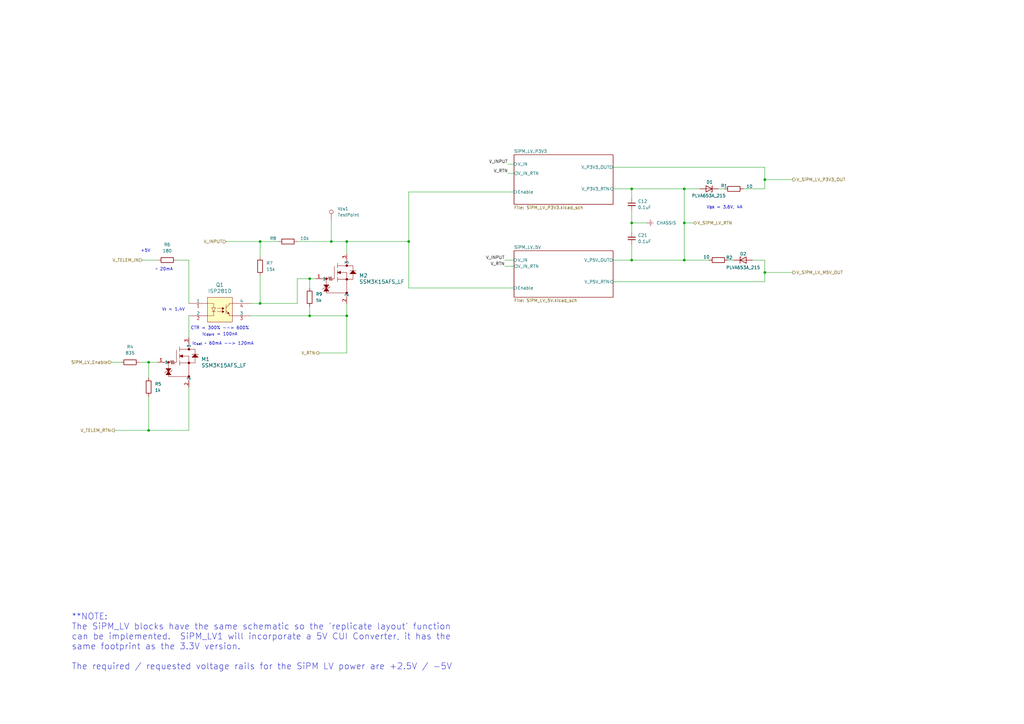
<source format=kicad_sch>
(kicad_sch
	(version 20250114)
	(generator "eeschema")
	(generator_version "9.0")
	(uuid "d0df1878-7251-4493-88fe-e5b4fd010814")
	(paper "A3")
	(lib_symbols
		(symbol "Connector:TestPoint"
			(pin_numbers
				(hide yes)
			)
			(pin_names
				(offset 0.762)
				(hide yes)
			)
			(exclude_from_sim no)
			(in_bom yes)
			(on_board yes)
			(property "Reference" "TP"
				(at 0 6.858 0)
				(effects
					(font
						(size 1.27 1.27)
					)
				)
			)
			(property "Value" "TestPoint"
				(at 0 5.08 0)
				(effects
					(font
						(size 1.27 1.27)
					)
				)
			)
			(property "Footprint" ""
				(at 5.08 0 0)
				(effects
					(font
						(size 1.27 1.27)
					)
					(hide yes)
				)
			)
			(property "Datasheet" "~"
				(at 5.08 0 0)
				(effects
					(font
						(size 1.27 1.27)
					)
					(hide yes)
				)
			)
			(property "Description" "test point"
				(at 0 0 0)
				(effects
					(font
						(size 1.27 1.27)
					)
					(hide yes)
				)
			)
			(property "ki_keywords" "test point tp"
				(at 0 0 0)
				(effects
					(font
						(size 1.27 1.27)
					)
					(hide yes)
				)
			)
			(property "ki_fp_filters" "Pin* Test*"
				(at 0 0 0)
				(effects
					(font
						(size 1.27 1.27)
					)
					(hide yes)
				)
			)
			(symbol "TestPoint_0_1"
				(circle
					(center 0 3.302)
					(radius 0.762)
					(stroke
						(width 0)
						(type default)
					)
					(fill
						(type none)
					)
				)
			)
			(symbol "TestPoint_1_1"
				(pin passive line
					(at 0 0 90)
					(length 2.54)
					(name "1"
						(effects
							(font
								(size 1.27 1.27)
							)
						)
					)
					(number "1"
						(effects
							(font
								(size 1.27 1.27)
							)
						)
					)
				)
			)
			(embedded_fonts no)
		)
		(symbol "Device:C_Small"
			(pin_numbers
				(hide yes)
			)
			(pin_names
				(offset 0.254)
				(hide yes)
			)
			(exclude_from_sim no)
			(in_bom yes)
			(on_board yes)
			(property "Reference" "C"
				(at 0.254 1.778 0)
				(effects
					(font
						(size 1.27 1.27)
					)
					(justify left)
				)
			)
			(property "Value" "C_Small"
				(at 0.254 -2.032 0)
				(effects
					(font
						(size 1.27 1.27)
					)
					(justify left)
				)
			)
			(property "Footprint" ""
				(at 0 0 0)
				(effects
					(font
						(size 1.27 1.27)
					)
					(hide yes)
				)
			)
			(property "Datasheet" "~"
				(at 0 0 0)
				(effects
					(font
						(size 1.27 1.27)
					)
					(hide yes)
				)
			)
			(property "Description" "Unpolarized capacitor, small symbol"
				(at 0 0 0)
				(effects
					(font
						(size 1.27 1.27)
					)
					(hide yes)
				)
			)
			(property "ki_keywords" "capacitor cap"
				(at 0 0 0)
				(effects
					(font
						(size 1.27 1.27)
					)
					(hide yes)
				)
			)
			(property "ki_fp_filters" "C_*"
				(at 0 0 0)
				(effects
					(font
						(size 1.27 1.27)
					)
					(hide yes)
				)
			)
			(symbol "C_Small_0_1"
				(polyline
					(pts
						(xy -1.524 0.508) (xy 1.524 0.508)
					)
					(stroke
						(width 0.3048)
						(type default)
					)
					(fill
						(type none)
					)
				)
				(polyline
					(pts
						(xy -1.524 -0.508) (xy 1.524 -0.508)
					)
					(stroke
						(width 0.3302)
						(type default)
					)
					(fill
						(type none)
					)
				)
			)
			(symbol "C_Small_1_1"
				(pin passive line
					(at 0 2.54 270)
					(length 2.032)
					(name "~"
						(effects
							(font
								(size 1.27 1.27)
							)
						)
					)
					(number "1"
						(effects
							(font
								(size 1.27 1.27)
							)
						)
					)
				)
				(pin passive line
					(at 0 -2.54 90)
					(length 2.032)
					(name "~"
						(effects
							(font
								(size 1.27 1.27)
							)
						)
					)
					(number "2"
						(effects
							(font
								(size 1.27 1.27)
							)
						)
					)
				)
			)
			(embedded_fonts no)
		)
		(symbol "Device:D_Zener"
			(pin_numbers
				(hide yes)
			)
			(pin_names
				(offset 1.016)
				(hide yes)
			)
			(exclude_from_sim no)
			(in_bom yes)
			(on_board yes)
			(property "Reference" "D1"
				(at -1.2701 2.794 90)
				(effects
					(font
						(size 1.27 1.27)
					)
					(justify left)
				)
			)
			(property "Value" "PLVA653A_215"
				(at 1.2699 2.794 90)
				(effects
					(font
						(size 1.27 1.27)
					)
					(justify left)
				)
			)
			(property "Footprint" "Nexperia:SOT95P230X110-3N"
				(at 0.254 -3.556 0)
				(effects
					(font
						(size 1.27 1.27)
					)
					(hide yes)
				)
			)
			(property "Datasheet" "~"
				(at 0 0 0)
				(effects
					(font
						(size 1.27 1.27)
					)
					(hide yes)
				)
			)
			(property "Description" "Zener diode"
				(at 0 -5.334 0)
				(effects
					(font
						(size 1.27 1.27)
					)
					(hide yes)
				)
			)
			(property "ki_keywords" "diode"
				(at 0 0 0)
				(effects
					(font
						(size 1.27 1.27)
					)
					(hide yes)
				)
			)
			(property "ki_fp_filters" "TO-???* *_Diode_* *SingleDiode* D_*"
				(at 0 0 0)
				(effects
					(font
						(size 1.27 1.27)
					)
					(hide yes)
				)
			)
			(symbol "D_Zener_0_1"
				(polyline
					(pts
						(xy -1.27 -1.27) (xy -1.27 1.27) (xy -0.762 1.27)
					)
					(stroke
						(width 0.254)
						(type default)
					)
					(fill
						(type none)
					)
				)
				(polyline
					(pts
						(xy 1.27 0) (xy -1.27 0)
					)
					(stroke
						(width 0)
						(type default)
					)
					(fill
						(type none)
					)
				)
				(polyline
					(pts
						(xy 1.27 -1.27) (xy 1.27 1.27) (xy -1.27 0) (xy 1.27 -1.27)
					)
					(stroke
						(width 0.254)
						(type default)
					)
					(fill
						(type none)
					)
				)
			)
			(symbol "D_Zener_1_1"
				(pin passive line
					(at -3.81 0 0)
					(length 2.54)
					(name "K"
						(effects
							(font
								(size 1.27 1.27)
							)
						)
					)
					(number "3"
						(effects
							(font
								(size 1.27 1.27)
							)
						)
					)
				)
				(pin passive line
					(at 3.81 0 180)
					(length 2.54)
					(name "A"
						(effects
							(font
								(size 1.27 1.27)
							)
						)
					)
					(number "1"
						(effects
							(font
								(size 1.27 1.27)
							)
						)
					)
				)
			)
			(embedded_fonts no)
		)
		(symbol "Device:R"
			(pin_numbers
				(hide yes)
			)
			(pin_names
				(offset 0)
			)
			(exclude_from_sim no)
			(in_bom yes)
			(on_board yes)
			(property "Reference" "R"
				(at 2.032 0 90)
				(effects
					(font
						(size 1.27 1.27)
					)
				)
			)
			(property "Value" "R"
				(at 0 0 90)
				(effects
					(font
						(size 1.27 1.27)
					)
				)
			)
			(property "Footprint" ""
				(at -1.778 0 90)
				(effects
					(font
						(size 1.27 1.27)
					)
					(hide yes)
				)
			)
			(property "Datasheet" "~"
				(at 0 0 0)
				(effects
					(font
						(size 1.27 1.27)
					)
					(hide yes)
				)
			)
			(property "Description" "Resistor"
				(at 0 0 0)
				(effects
					(font
						(size 1.27 1.27)
					)
					(hide yes)
				)
			)
			(property "ki_keywords" "R res resistor"
				(at 0 0 0)
				(effects
					(font
						(size 1.27 1.27)
					)
					(hide yes)
				)
			)
			(property "ki_fp_filters" "R_*"
				(at 0 0 0)
				(effects
					(font
						(size 1.27 1.27)
					)
					(hide yes)
				)
			)
			(symbol "R_0_1"
				(rectangle
					(start -1.016 -2.54)
					(end 1.016 2.54)
					(stroke
						(width 0.254)
						(type default)
					)
					(fill
						(type none)
					)
				)
			)
			(symbol "R_1_1"
				(pin passive line
					(at 0 3.81 270)
					(length 1.27)
					(name "~"
						(effects
							(font
								(size 1.27 1.27)
							)
						)
					)
					(number "1"
						(effects
							(font
								(size 1.27 1.27)
							)
						)
					)
				)
				(pin passive line
					(at 0 -3.81 90)
					(length 1.27)
					(name "~"
						(effects
							(font
								(size 1.27 1.27)
							)
						)
					)
					(number "2"
						(effects
							(font
								(size 1.27 1.27)
							)
						)
					)
				)
			)
			(embedded_fonts no)
		)
		(symbol "ISOCOM:ISP281D"
			(pin_names
				(offset 0)
			)
			(exclude_from_sim no)
			(in_bom yes)
			(on_board yes)
			(property "Reference" "Q"
				(at 8.89 7.366 0)
				(effects
					(font
						(size 1.524 1.524)
					)
				)
			)
			(property "Value" "ISP281D"
				(at 12.446 4.572 0)
				(effects
					(font
						(size 1.524 1.524)
					)
				)
			)
			(property "Footprint" "ISOCOM:ISP281D_ISO"
				(at 0 0 0)
				(effects
					(font
						(size 1.27 1.27)
						(italic yes)
					)
					(hide yes)
				)
			)
			(property "Datasheet" "http://isocom.com/wp-content/uploads/2020/06/dd93256-030620.pdf"
				(at 0 0 0)
				(effects
					(font
						(size 1.27 1.27)
						(italic yes)
					)
					(hide yes)
				)
			)
			(property "Description" "Optoisolator Transistor Output 3750Vrms 1 Channel 4-SOP"
				(at 0 0 0)
				(effects
					(font
						(size 1.27 1.27)
					)
					(hide yes)
				)
			)
			(property "Manufacturer" "Isocom Components 2004 LTD"
				(at 0 0 0)
				(effects
					(font
						(size 1.27 1.27)
					)
					(hide yes)
				)
			)
			(property "Man. Part Num" "ISP281D"
				(at 0 0 0)
				(effects
					(font
						(size 1.27 1.27)
					)
					(hide yes)
				)
			)
			(property "Distributor" "Digi-Key"
				(at 0 0 0)
				(effects
					(font
						(size 1.27 1.27)
					)
					(hide yes)
				)
			)
			(property "Dist. Part Num" "58-ISP281DCT-ND"
				(at 0 0 0)
				(effects
					(font
						(size 1.27 1.27)
					)
					(hide yes)
				)
			)
			(property "Part Type" "SMD"
				(at 0 0 0)
				(effects
					(font
						(size 1.27 1.27)
					)
					(hide yes)
				)
			)
			(property "Package" "4-SOP"
				(at 0 0 0)
				(effects
					(font
						(size 1.27 1.27)
					)
					(hide yes)
				)
			)
			(property "Notes" ""
				(at 0 0 0)
				(effects
					(font
						(size 1.27 1.27)
					)
					(hide yes)
				)
			)
			(property "ki_keywords" "ISP281D"
				(at 0 0 0)
				(effects
					(font
						(size 1.27 1.27)
					)
					(hide yes)
				)
			)
			(property "ki_fp_filters" "ISP281D_ISO ISP281D_ISO-M ISP281D_ISO-L"
				(at 0 0 0)
				(effects
					(font
						(size 1.27 1.27)
					)
					(hide yes)
				)
			)
			(symbol "ISP281D_0_1"
				(polyline
					(pts
						(xy 9.398 -1.778) (xy 10.16 -3.302)
					)
					(stroke
						(width 0.127)
						(type default)
					)
					(fill
						(type none)
					)
				)
				(polyline
					(pts
						(xy 9.398 -3.302) (xy 10.922 -3.302)
					)
					(stroke
						(width 0.127)
						(type default)
					)
					(fill
						(type none)
					)
				)
				(polyline
					(pts
						(xy 10.16 0) (xy 7.62 0)
					)
					(stroke
						(width 0.127)
						(type default)
					)
					(fill
						(type none)
					)
				)
				(polyline
					(pts
						(xy 10.16 0) (xy 10.16 -1.778)
					)
					(stroke
						(width 0.127)
						(type default)
					)
					(fill
						(type none)
					)
				)
				(polyline
					(pts
						(xy 10.16 -3.302) (xy 10.16 -5.08)
					)
					(stroke
						(width 0.127)
						(type default)
					)
					(fill
						(type none)
					)
				)
				(polyline
					(pts
						(xy 10.16 -3.302) (xy 10.922 -1.778)
					)
					(stroke
						(width 0.127)
						(type default)
					)
					(fill
						(type none)
					)
				)
				(polyline
					(pts
						(xy 10.16 -5.08) (xy 7.62 -5.08)
					)
					(stroke
						(width 0.127)
						(type default)
					)
					(fill
						(type none)
					)
				)
				(polyline
					(pts
						(xy 10.922 -1.778) (xy 9.398 -1.778)
					)
					(stroke
						(width 0.127)
						(type default)
					)
					(fill
						(type none)
					)
				)
				(polyline
					(pts
						(xy 11.684 -2.032) (xy 13.716 -2.032)
					)
					(stroke
						(width 0.127)
						(type default)
					)
					(fill
						(type none)
					)
				)
				(polyline
					(pts
						(xy 11.684 -3.302) (xy 13.716 -3.302)
					)
					(stroke
						(width 0.127)
						(type default)
					)
					(fill
						(type none)
					)
				)
				(polyline
					(pts
						(xy 13.716 -1.524) (xy 13.716 -2.54) (xy 14.478 -2.032)
					)
					(stroke
						(width 0)
						(type default)
					)
					(fill
						(type outline)
					)
				)
				(polyline
					(pts
						(xy 13.716 -2.794) (xy 13.716 -3.81) (xy 14.478 -3.302)
					)
					(stroke
						(width 0)
						(type default)
					)
					(fill
						(type outline)
					)
				)
				(polyline
					(pts
						(xy 15.24 -1.778) (xy 16.51 -0.508)
					)
					(stroke
						(width 0.127)
						(type default)
					)
					(fill
						(type none)
					)
				)
				(polyline
					(pts
						(xy 15.24 -3.048) (xy 16.002 -3.81)
					)
					(stroke
						(width 0.127)
						(type default)
					)
					(fill
						(type none)
					)
				)
				(polyline
					(pts
						(xy 15.24 -4.318) (xy 15.24 -0.508)
					)
					(stroke
						(width 0.127)
						(type default)
					)
					(fill
						(type none)
					)
				)
				(polyline
					(pts
						(xy 16.4717 -4.3107) (xy 15.748 -4.064) (xy 16.256 -3.556) (xy 16.51 -4.318)
					)
					(stroke
						(width 0)
						(type default)
					)
					(fill
						(type outline)
					)
				)
				(polyline
					(pts
						(xy 16.51 0) (xy 17.78 0)
					)
					(stroke
						(width 0.127)
						(type default)
					)
					(fill
						(type none)
					)
				)
				(polyline
					(pts
						(xy 16.51 -0.508) (xy 16.51 0)
					)
					(stroke
						(width 0.127)
						(type default)
					)
					(fill
						(type none)
					)
				)
				(polyline
					(pts
						(xy 16.51 -4.318) (xy 16.51 -5.08)
					)
					(stroke
						(width 0.127)
						(type default)
					)
					(fill
						(type none)
					)
				)
				(polyline
					(pts
						(xy 17.78 -5.08) (xy 16.51 -5.08)
					)
					(stroke
						(width 0.127)
						(type default)
					)
					(fill
						(type none)
					)
				)
				(pin unspecified line
					(at 0 0 0)
					(length 7.62)
					(name "1"
						(effects
							(font
								(size 1.27 1.27)
							)
						)
					)
					(number "1"
						(effects
							(font
								(size 1.27 1.27)
							)
						)
					)
				)
				(pin unspecified line
					(at 0 -5.08 0)
					(length 7.62)
					(name "2"
						(effects
							(font
								(size 1.27 1.27)
							)
						)
					)
					(number "2"
						(effects
							(font
								(size 1.27 1.27)
							)
						)
					)
				)
				(pin unspecified line
					(at 25.4 0 180)
					(length 7.62)
					(name "4"
						(effects
							(font
								(size 1.27 1.27)
							)
						)
					)
					(number "4"
						(effects
							(font
								(size 1.27 1.27)
							)
						)
					)
				)
				(pin unspecified line
					(at 25.4 -5.08 180)
					(length 7.62)
					(name "3"
						(effects
							(font
								(size 1.27 1.27)
							)
						)
					)
					(number "3"
						(effects
							(font
								(size 1.27 1.27)
							)
						)
					)
				)
			)
			(symbol "ISP281D_1_1"
				(rectangle
					(start 7.62 2.54)
					(end 17.78 -7.62)
					(stroke
						(width 0)
						(type default)
					)
					(fill
						(type background)
					)
				)
			)
			(embedded_fonts no)
		)
		(symbol "SSM3K15AFS_LF_1"
			(pin_names
				(offset 0.254)
			)
			(exclude_from_sim no)
			(in_bom yes)
			(on_board yes)
			(property "Reference" "MOSFET"
				(at 0 0 0)
				(effects
					(font
						(size 1.524 1.524)
					)
				)
			)
			(property "Value" "SSM3K15AFS_LF"
				(at 0 0 0)
				(effects
					(font
						(size 1.524 1.524)
					)
				)
			)
			(property "Footprint" "SSM_TOS"
				(at 0 0 0)
				(effects
					(font
						(size 1.27 1.27)
						(italic yes)
					)
					(hide yes)
				)
			)
			(property "Datasheet" "https://toshiba.semicon-storage.com/info/SSM3K15AFS_datasheet_en_20140301.pdf?did=5914&prodName=SSM3K15AFS"
				(at 0 0 0)
				(effects
					(font
						(size 1.27 1.27)
						(italic yes)
					)
					(hide yes)
				)
			)
			(property "Description" "MOSFET N-CH 30V 100MA SSM"
				(at 0 0 0)
				(effects
					(font
						(size 1.27 1.27)
					)
					(hide yes)
				)
			)
			(property "Manufacturer" "Toshiba Semiconductor and Storage"
				(at 0 0 0)
				(effects
					(font
						(size 1.27 1.27)
					)
					(hide yes)
				)
			)
			(property "Man. Part Num" "SSM3K15AFS,LF"
				(at 0 0 0)
				(effects
					(font
						(size 1.27 1.27)
					)
					(hide yes)
				)
			)
			(property "Distributor" "Digi-Key"
				(at 0 0 0)
				(effects
					(font
						(size 1.27 1.27)
					)
					(hide yes)
				)
			)
			(property "Dist. Part Num" "SSM3K15AFSLFCT-ND"
				(at 0 0 0)
				(effects
					(font
						(size 1.27 1.27)
					)
					(hide yes)
				)
			)
			(property "Part Type" "SMD"
				(at 0 0 0)
				(effects
					(font
						(size 1.27 1.27)
					)
					(hide yes)
				)
			)
			(property "Package" "SSM_TOS"
				(at 0 0 0)
				(effects
					(font
						(size 1.27 1.27)
					)
					(hide yes)
				)
			)
			(property "Notes" ""
				(at 0 0 0)
				(effects
					(font
						(size 1.27 1.27)
					)
					(hide yes)
				)
			)
			(property "ki_keywords" "SSM3K15AFS,LF"
				(at 0 0 0)
				(effects
					(font
						(size 1.27 1.27)
					)
					(hide yes)
				)
			)
			(property "ki_fp_filters" "SSM_TOS SSM_TOS-M SSM_TOS-L"
				(at 0 0 0)
				(effects
					(font
						(size 1.27 1.27)
					)
					(hide yes)
				)
			)
			(symbol "SSM3K15AFS_LF_1_0_1"
				(polyline
					(pts
						(xy 0 -7.62) (xy 2.54 -7.62)
					)
					(stroke
						(width 0.1524)
						(type default)
					)
					(fill
						(type none)
					)
				)
				(polyline
					(pts
						(xy 0.762 -10.16) (xy 1.778 -11.43)
					)
					(stroke
						(width 0.1524)
						(type default)
					)
					(fill
						(type none)
					)
				)
				(polyline
					(pts
						(xy 0.762 -10.16) (xy 1.778 -11.43) (xy 0.762 -12.7) (xy 2.794 -12.7) (xy 1.778 -11.43) (xy 2.794 -10.16)
					)
					(stroke
						(width 0)
						(type default)
					)
					(fill
						(type outline)
					)
				)
				(polyline
					(pts
						(xy 0.762 -11.43) (xy 0.254 -11.938)
					)
					(stroke
						(width 0.1524)
						(type default)
					)
					(fill
						(type none)
					)
				)
				(polyline
					(pts
						(xy 0.762 -11.43) (xy 2.794 -11.43)
					)
					(stroke
						(width 0.1524)
						(type default)
					)
					(fill
						(type none)
					)
				)
				(polyline
					(pts
						(xy 0.762 -12.7) (xy 2.794 -12.7)
					)
					(stroke
						(width 0.1524)
						(type default)
					)
					(fill
						(type none)
					)
				)
				(polyline
					(pts
						(xy 1.778 -7.62) (xy 1.778 -10.16)
					)
					(stroke
						(width 0.1524)
						(type default)
					)
					(fill
						(type none)
					)
				)
				(circle
					(center 1.778 -7.62)
					(radius 0.254)
					(stroke
						(width 0.508)
						(type default)
					)
					(fill
						(type none)
					)
				)
				(polyline
					(pts
						(xy 1.778 -11.43) (xy 0.762 -12.7)
					)
					(stroke
						(width 0.1524)
						(type default)
					)
					(fill
						(type none)
					)
				)
				(polyline
					(pts
						(xy 1.778 -11.43) (xy 2.794 -10.16)
					)
					(stroke
						(width 0.1524)
						(type default)
					)
					(fill
						(type none)
					)
				)
				(polyline
					(pts
						(xy 1.778 -12.7) (xy 1.778 -13.462)
					)
					(stroke
						(width 0.1524)
						(type default)
					)
					(fill
						(type none)
					)
				)
				(polyline
					(pts
						(xy 1.778 -13.462) (xy 10.16 -13.462)
					)
					(stroke
						(width 0.1524)
						(type default)
					)
					(fill
						(type none)
					)
				)
				(polyline
					(pts
						(xy 2.794 -6.858) (xy 2.54 -7.62)
					)
					(stroke
						(width 0.1524)
						(type default)
					)
					(fill
						(type none)
					)
				)
				(polyline
					(pts
						(xy 2.794 -10.16) (xy 0.762 -10.16)
					)
					(stroke
						(width 0.1524)
						(type default)
					)
					(fill
						(type none)
					)
				)
				(polyline
					(pts
						(xy 2.794 -11.43) (xy 3.302 -10.922)
					)
					(stroke
						(width 0.1524)
						(type default)
					)
					(fill
						(type none)
					)
				)
				(polyline
					(pts
						(xy 2.794 -12.7) (xy 1.778 -11.43)
					)
					(stroke
						(width 0.1524)
						(type default)
					)
					(fill
						(type none)
					)
				)
				(polyline
					(pts
						(xy 3.048 -8.382) (xy 2.794 -6.858)
					)
					(stroke
						(width 0.1524)
						(type default)
					)
					(fill
						(type none)
					)
				)
				(polyline
					(pts
						(xy 3.302 -6.858) (xy 3.048 -8.382)
					)
					(stroke
						(width 0.1524)
						(type default)
					)
					(fill
						(type none)
					)
				)
				(polyline
					(pts
						(xy 3.556 -8.382) (xy 3.302 -6.858)
					)
					(stroke
						(width 0.1524)
						(type default)
					)
					(fill
						(type none)
					)
				)
				(polyline
					(pts
						(xy 3.81 -6.858) (xy 3.556 -8.382)
					)
					(stroke
						(width 0.1524)
						(type default)
					)
					(fill
						(type none)
					)
				)
				(polyline
					(pts
						(xy 4.064 -8.382) (xy 3.81 -6.858)
					)
					(stroke
						(width 0.1524)
						(type default)
					)
					(fill
						(type none)
					)
				)
				(polyline
					(pts
						(xy 4.318 -7.62) (xy 4.064 -8.382)
					)
					(stroke
						(width 0.1524)
						(type default)
					)
					(fill
						(type none)
					)
				)
				(polyline
					(pts
						(xy 5.08 -7.62) (xy 4.318 -7.62)
					)
					(stroke
						(width 0.1524)
						(type default)
					)
					(fill
						(type none)
					)
				)
				(polyline
					(pts
						(xy 5.08 -7.62) (xy 5.08 -2.54)
					)
					(stroke
						(width 0.1524)
						(type default)
					)
					(fill
						(type none)
					)
				)
				(polyline
					(pts
						(xy 6.35 -3.302) (xy 6.35 -1.27)
					)
					(stroke
						(width 0.1524)
						(type default)
					)
					(fill
						(type none)
					)
				)
				(polyline
					(pts
						(xy 6.35 -5.08) (xy 7.62 -4.572)
					)
					(stroke
						(width 0.1524)
						(type default)
					)
					(fill
						(type none)
					)
				)
				(polyline
					(pts
						(xy 6.35 -6.096) (xy 6.35 -4.064)
					)
					(stroke
						(width 0.1524)
						(type default)
					)
					(fill
						(type none)
					)
				)
				(polyline
					(pts
						(xy 6.35 -7.874) (xy 12.7 -7.874)
					)
					(stroke
						(width 0.1524)
						(type default)
					)
					(fill
						(type none)
					)
				)
				(polyline
					(pts
						(xy 6.35 -8.89) (xy 6.35 -6.858)
					)
					(stroke
						(width 0.1524)
						(type default)
					)
					(fill
						(type none)
					)
				)
				(polyline
					(pts
						(xy 7.62 -4.572) (xy 7.62 -5.588)
					)
					(stroke
						(width 0.1524)
						(type default)
					)
					(fill
						(type none)
					)
				)
				(polyline
					(pts
						(xy 7.62 -4.572) (xy 6.35 -5.08) (xy 7.62 -5.588)
					)
					(stroke
						(width 0)
						(type default)
					)
					(fill
						(type outline)
					)
				)
				(polyline
					(pts
						(xy 7.62 -5.08) (xy 10.16 -5.08)
					)
					(stroke
						(width 0.1524)
						(type default)
					)
					(fill
						(type none)
					)
				)
				(polyline
					(pts
						(xy 7.62 -5.588) (xy 6.35 -5.08)
					)
					(stroke
						(width 0.1524)
						(type default)
					)
					(fill
						(type none)
					)
				)
				(polyline
					(pts
						(xy 10.16 0) (xy 10.16 -2.286)
					)
					(stroke
						(width 0.1524)
						(type default)
					)
					(fill
						(type none)
					)
				)
				(circle
					(center 10.16 -2.286)
					(radius 0.254)
					(stroke
						(width 0.508)
						(type default)
					)
					(fill
						(type none)
					)
				)
				(polyline
					(pts
						(xy 10.16 -5.08) (xy 10.16 -15.24)
					)
					(stroke
						(width 0.1524)
						(type default)
					)
					(fill
						(type none)
					)
				)
				(circle
					(center 10.16 -7.874)
					(radius 0.254)
					(stroke
						(width 0.508)
						(type default)
					)
					(fill
						(type none)
					)
				)
				(circle
					(center 10.16 -13.462)
					(radius 0.254)
					(stroke
						(width 0.508)
						(type default)
					)
					(fill
						(type none)
					)
				)
				(polyline
					(pts
						(xy 11.43 -4.318) (xy 13.97 -4.318)
					)
					(stroke
						(width 0.1524)
						(type default)
					)
					(fill
						(type none)
					)
				)
				(polyline
					(pts
						(xy 11.43 -5.588) (xy 13.97 -5.588)
					)
					(stroke
						(width 0.1524)
						(type default)
					)
					(fill
						(type none)
					)
				)
				(polyline
					(pts
						(xy 12.7 -2.286) (xy 6.35 -2.286)
					)
					(stroke
						(width 0.1524)
						(type default)
					)
					(fill
						(type none)
					)
				)
				(polyline
					(pts
						(xy 12.7 -4.318) (xy 11.43 -5.588)
					)
					(stroke
						(width 0.1524)
						(type default)
					)
					(fill
						(type none)
					)
				)
				(polyline
					(pts
						(xy 12.7 -4.318) (xy 12.7 -2.286)
					)
					(stroke
						(width 0.1524)
						(type default)
					)
					(fill
						(type none)
					)
				)
				(polyline
					(pts
						(xy 12.7 -4.318) (xy 11.43 -5.588) (xy 13.97 -5.588)
					)
					(stroke
						(width 0)
						(type default)
					)
					(fill
						(type outline)
					)
				)
				(polyline
					(pts
						(xy 12.7 -7.874) (xy 12.7 -5.588)
					)
					(stroke
						(width 0.1524)
						(type default)
					)
					(fill
						(type none)
					)
				)
				(polyline
					(pts
						(xy 13.97 -5.588) (xy 12.7 -4.318)
					)
					(stroke
						(width 0.1524)
						(type default)
					)
					(fill
						(type none)
					)
				)
				(pin unspecified line
					(at -2.54 -7.62 0)
					(length 2.54)
					(name "1"
						(effects
							(font
								(size 1.27 1.27)
							)
						)
					)
					(number "1"
						(effects
							(font
								(size 1.27 1.27)
							)
						)
					)
				)
				(pin unspecified line
					(at 10.16 2.54 270)
					(length 2.54)
					(name "3"
						(effects
							(font
								(size 1.27 1.27)
							)
						)
					)
					(number "3"
						(effects
							(font
								(size 1.27 1.27)
							)
						)
					)
				)
				(pin unspecified line
					(at 10.16 -17.78 90)
					(length 2.54)
					(name "2"
						(effects
							(font
								(size 1.27 1.27)
							)
						)
					)
					(number "2"
						(effects
							(font
								(size 1.27 1.27)
							)
						)
					)
				)
			)
			(embedded_fonts no)
		)
		(symbol "Toshiba_Semiconductor:SSM3K15AFS_LF"
			(pin_names
				(offset 0.254)
			)
			(exclude_from_sim no)
			(in_bom yes)
			(on_board yes)
			(property "Reference" "MOSFET"
				(at 0 0 0)
				(effects
					(font
						(size 1.524 1.524)
					)
				)
			)
			(property "Value" "SSM3K15AFS_LF"
				(at 0 0 0)
				(effects
					(font
						(size 1.524 1.524)
					)
				)
			)
			(property "Footprint" "SSM_TOS"
				(at 0 0 0)
				(effects
					(font
						(size 1.27 1.27)
						(italic yes)
					)
					(hide yes)
				)
			)
			(property "Datasheet" "https://toshiba.semicon-storage.com/info/SSM3K15AFS_datasheet_en_20140301.pdf?did=5914&prodName=SSM3K15AFS"
				(at 0 0 0)
				(effects
					(font
						(size 1.27 1.27)
						(italic yes)
					)
					(hide yes)
				)
			)
			(property "Description" "MOSFET N-CH 30V 100MA SSM"
				(at 0 0 0)
				(effects
					(font
						(size 1.27 1.27)
					)
					(hide yes)
				)
			)
			(property "Manufacturer" "Toshiba Semiconductor and Storage"
				(at 0 0 0)
				(effects
					(font
						(size 1.27 1.27)
					)
					(hide yes)
				)
			)
			(property "Man. Part Num" "SSM3K15AFS,LF"
				(at 0 0 0)
				(effects
					(font
						(size 1.27 1.27)
					)
					(hide yes)
				)
			)
			(property "Distributor" "Digi-Key"
				(at 0 0 0)
				(effects
					(font
						(size 1.27 1.27)
					)
					(hide yes)
				)
			)
			(property "Dist. Part Num" "SSM3K15AFSLFCT-ND"
				(at 0 0 0)
				(effects
					(font
						(size 1.27 1.27)
					)
					(hide yes)
				)
			)
			(property "Part Type" "SMD"
				(at 0 0 0)
				(effects
					(font
						(size 1.27 1.27)
					)
					(hide yes)
				)
			)
			(property "Package" "SSM_TOS"
				(at 0 0 0)
				(effects
					(font
						(size 1.27 1.27)
					)
					(hide yes)
				)
			)
			(property "Notes" ""
				(at 0 0 0)
				(effects
					(font
						(size 1.27 1.27)
					)
					(hide yes)
				)
			)
			(property "ki_keywords" "SSM3K15AFS,LF"
				(at 0 0 0)
				(effects
					(font
						(size 1.27 1.27)
					)
					(hide yes)
				)
			)
			(property "ki_fp_filters" "SSM_TOS SSM_TOS-M SSM_TOS-L"
				(at 0 0 0)
				(effects
					(font
						(size 1.27 1.27)
					)
					(hide yes)
				)
			)
			(symbol "SSM3K15AFS_LF_0_1"
				(polyline
					(pts
						(xy 0 -7.62) (xy 2.54 -7.62)
					)
					(stroke
						(width 0.1524)
						(type default)
					)
					(fill
						(type none)
					)
				)
				(polyline
					(pts
						(xy 0.762 -10.16) (xy 1.778 -11.43)
					)
					(stroke
						(width 0.1524)
						(type default)
					)
					(fill
						(type none)
					)
				)
				(polyline
					(pts
						(xy 0.762 -10.16) (xy 1.778 -11.43) (xy 0.762 -12.7) (xy 2.794 -12.7) (xy 1.778 -11.43) (xy 2.794 -10.16)
					)
					(stroke
						(width 0)
						(type default)
					)
					(fill
						(type outline)
					)
				)
				(polyline
					(pts
						(xy 0.762 -11.43) (xy 0.254 -11.938)
					)
					(stroke
						(width 0.1524)
						(type default)
					)
					(fill
						(type none)
					)
				)
				(polyline
					(pts
						(xy 0.762 -11.43) (xy 2.794 -11.43)
					)
					(stroke
						(width 0.1524)
						(type default)
					)
					(fill
						(type none)
					)
				)
				(polyline
					(pts
						(xy 0.762 -12.7) (xy 2.794 -12.7)
					)
					(stroke
						(width 0.1524)
						(type default)
					)
					(fill
						(type none)
					)
				)
				(polyline
					(pts
						(xy 1.778 -7.62) (xy 1.778 -10.16)
					)
					(stroke
						(width 0.1524)
						(type default)
					)
					(fill
						(type none)
					)
				)
				(circle
					(center 1.778 -7.62)
					(radius 0.254)
					(stroke
						(width 0.508)
						(type default)
					)
					(fill
						(type none)
					)
				)
				(polyline
					(pts
						(xy 1.778 -11.43) (xy 0.762 -12.7)
					)
					(stroke
						(width 0.1524)
						(type default)
					)
					(fill
						(type none)
					)
				)
				(polyline
					(pts
						(xy 1.778 -11.43) (xy 2.794 -10.16)
					)
					(stroke
						(width 0.1524)
						(type default)
					)
					(fill
						(type none)
					)
				)
				(polyline
					(pts
						(xy 1.778 -12.7) (xy 1.778 -13.462)
					)
					(stroke
						(width 0.1524)
						(type default)
					)
					(fill
						(type none)
					)
				)
				(polyline
					(pts
						(xy 1.778 -13.462) (xy 10.16 -13.462)
					)
					(stroke
						(width 0.1524)
						(type default)
					)
					(fill
						(type none)
					)
				)
				(polyline
					(pts
						(xy 2.794 -6.858) (xy 2.54 -7.62)
					)
					(stroke
						(width 0.1524)
						(type default)
					)
					(fill
						(type none)
					)
				)
				(polyline
					(pts
						(xy 2.794 -10.16) (xy 0.762 -10.16)
					)
					(stroke
						(width 0.1524)
						(type default)
					)
					(fill
						(type none)
					)
				)
				(polyline
					(pts
						(xy 2.794 -11.43) (xy 3.302 -10.922)
					)
					(stroke
						(width 0.1524)
						(type default)
					)
					(fill
						(type none)
					)
				)
				(polyline
					(pts
						(xy 2.794 -12.7) (xy 1.778 -11.43)
					)
					(stroke
						(width 0.1524)
						(type default)
					)
					(fill
						(type none)
					)
				)
				(polyline
					(pts
						(xy 3.048 -8.382) (xy 2.794 -6.858)
					)
					(stroke
						(width 0.1524)
						(type default)
					)
					(fill
						(type none)
					)
				)
				(polyline
					(pts
						(xy 3.302 -6.858) (xy 3.048 -8.382)
					)
					(stroke
						(width 0.1524)
						(type default)
					)
					(fill
						(type none)
					)
				)
				(polyline
					(pts
						(xy 3.556 -8.382) (xy 3.302 -6.858)
					)
					(stroke
						(width 0.1524)
						(type default)
					)
					(fill
						(type none)
					)
				)
				(polyline
					(pts
						(xy 3.81 -6.858) (xy 3.556 -8.382)
					)
					(stroke
						(width 0.1524)
						(type default)
					)
					(fill
						(type none)
					)
				)
				(polyline
					(pts
						(xy 4.064 -8.382) (xy 3.81 -6.858)
					)
					(stroke
						(width 0.1524)
						(type default)
					)
					(fill
						(type none)
					)
				)
				(polyline
					(pts
						(xy 4.318 -7.62) (xy 4.064 -8.382)
					)
					(stroke
						(width 0.1524)
						(type default)
					)
					(fill
						(type none)
					)
				)
				(polyline
					(pts
						(xy 5.08 -7.62) (xy 4.318 -7.62)
					)
					(stroke
						(width 0.1524)
						(type default)
					)
					(fill
						(type none)
					)
				)
				(polyline
					(pts
						(xy 5.08 -7.62) (xy 5.08 -2.54)
					)
					(stroke
						(width 0.1524)
						(type default)
					)
					(fill
						(type none)
					)
				)
				(polyline
					(pts
						(xy 6.35 -3.302) (xy 6.35 -1.27)
					)
					(stroke
						(width 0.1524)
						(type default)
					)
					(fill
						(type none)
					)
				)
				(polyline
					(pts
						(xy 6.35 -5.08) (xy 7.62 -4.572)
					)
					(stroke
						(width 0.1524)
						(type default)
					)
					(fill
						(type none)
					)
				)
				(polyline
					(pts
						(xy 6.35 -6.096) (xy 6.35 -4.064)
					)
					(stroke
						(width 0.1524)
						(type default)
					)
					(fill
						(type none)
					)
				)
				(polyline
					(pts
						(xy 6.35 -7.874) (xy 12.7 -7.874)
					)
					(stroke
						(width 0.1524)
						(type default)
					)
					(fill
						(type none)
					)
				)
				(polyline
					(pts
						(xy 6.35 -8.89) (xy 6.35 -6.858)
					)
					(stroke
						(width 0.1524)
						(type default)
					)
					(fill
						(type none)
					)
				)
				(polyline
					(pts
						(xy 7.62 -4.572) (xy 7.62 -5.588)
					)
					(stroke
						(width 0.1524)
						(type default)
					)
					(fill
						(type none)
					)
				)
				(polyline
					(pts
						(xy 7.62 -4.572) (xy 6.35 -5.08) (xy 7.62 -5.588)
					)
					(stroke
						(width 0)
						(type default)
					)
					(fill
						(type outline)
					)
				)
				(polyline
					(pts
						(xy 7.62 -5.08) (xy 10.16 -5.08)
					)
					(stroke
						(width 0.1524)
						(type default)
					)
					(fill
						(type none)
					)
				)
				(polyline
					(pts
						(xy 7.62 -5.588) (xy 6.35 -5.08)
					)
					(stroke
						(width 0.1524)
						(type default)
					)
					(fill
						(type none)
					)
				)
				(polyline
					(pts
						(xy 10.16 0) (xy 10.16 -2.286)
					)
					(stroke
						(width 0.1524)
						(type default)
					)
					(fill
						(type none)
					)
				)
				(circle
					(center 10.16 -2.286)
					(radius 0.254)
					(stroke
						(width 0.508)
						(type default)
					)
					(fill
						(type none)
					)
				)
				(polyline
					(pts
						(xy 10.16 -5.08) (xy 10.16 -15.24)
					)
					(stroke
						(width 0.1524)
						(type default)
					)
					(fill
						(type none)
					)
				)
				(circle
					(center 10.16 -7.874)
					(radius 0.254)
					(stroke
						(width 0.508)
						(type default)
					)
					(fill
						(type none)
					)
				)
				(circle
					(center 10.16 -13.462)
					(radius 0.254)
					(stroke
						(width 0.508)
						(type default)
					)
					(fill
						(type none)
					)
				)
				(polyline
					(pts
						(xy 11.43 -4.318) (xy 13.97 -4.318)
					)
					(stroke
						(width 0.1524)
						(type default)
					)
					(fill
						(type none)
					)
				)
				(polyline
					(pts
						(xy 11.43 -5.588) (xy 13.97 -5.588)
					)
					(stroke
						(width 0.1524)
						(type default)
					)
					(fill
						(type none)
					)
				)
				(polyline
					(pts
						(xy 12.7 -2.286) (xy 6.35 -2.286)
					)
					(stroke
						(width 0.1524)
						(type default)
					)
					(fill
						(type none)
					)
				)
				(polyline
					(pts
						(xy 12.7 -4.318) (xy 11.43 -5.588)
					)
					(stroke
						(width 0.1524)
						(type default)
					)
					(fill
						(type none)
					)
				)
				(polyline
					(pts
						(xy 12.7 -4.318) (xy 12.7 -2.286)
					)
					(stroke
						(width 0.1524)
						(type default)
					)
					(fill
						(type none)
					)
				)
				(polyline
					(pts
						(xy 12.7 -4.318) (xy 11.43 -5.588) (xy 13.97 -5.588)
					)
					(stroke
						(width 0)
						(type default)
					)
					(fill
						(type outline)
					)
				)
				(polyline
					(pts
						(xy 12.7 -7.874) (xy 12.7 -5.588)
					)
					(stroke
						(width 0.1524)
						(type default)
					)
					(fill
						(type none)
					)
				)
				(polyline
					(pts
						(xy 13.97 -5.588) (xy 12.7 -4.318)
					)
					(stroke
						(width 0.1524)
						(type default)
					)
					(fill
						(type none)
					)
				)
				(pin unspecified line
					(at -2.54 -7.62 0)
					(length 2.54)
					(name "1"
						(effects
							(font
								(size 1.27 1.27)
							)
						)
					)
					(number "1"
						(effects
							(font
								(size 1.27 1.27)
							)
						)
					)
				)
				(pin unspecified line
					(at 10.16 2.54 270)
					(length 2.54)
					(name "3"
						(effects
							(font
								(size 1.27 1.27)
							)
						)
					)
					(number "3"
						(effects
							(font
								(size 1.27 1.27)
							)
						)
					)
				)
				(pin unspecified line
					(at 10.16 -17.78 90)
					(length 2.54)
					(name "2"
						(effects
							(font
								(size 1.27 1.27)
							)
						)
					)
					(number "2"
						(effects
							(font
								(size 1.27 1.27)
							)
						)
					)
				)
			)
			(embedded_fonts no)
		)
		(symbol "power:Earth"
			(power)
			(pin_numbers
				(hide yes)
			)
			(pin_names
				(offset 0)
				(hide yes)
			)
			(exclude_from_sim no)
			(in_bom yes)
			(on_board yes)
			(property "Reference" "#PWR"
				(at 0 -6.35 0)
				(effects
					(font
						(size 1.27 1.27)
					)
					(hide yes)
				)
			)
			(property "Value" "Earth"
				(at 0 -3.81 0)
				(effects
					(font
						(size 1.27 1.27)
					)
				)
			)
			(property "Footprint" ""
				(at 0 0 0)
				(effects
					(font
						(size 1.27 1.27)
					)
					(hide yes)
				)
			)
			(property "Datasheet" "~"
				(at 0 0 0)
				(effects
					(font
						(size 1.27 1.27)
					)
					(hide yes)
				)
			)
			(property "Description" "Power symbol creates a global label with name \"Earth\""
				(at 0 0 0)
				(effects
					(font
						(size 1.27 1.27)
					)
					(hide yes)
				)
			)
			(property "ki_keywords" "global ground gnd"
				(at 0 0 0)
				(effects
					(font
						(size 1.27 1.27)
					)
					(hide yes)
				)
			)
			(symbol "Earth_0_1"
				(polyline
					(pts
						(xy -0.635 -1.905) (xy 0.635 -1.905)
					)
					(stroke
						(width 0)
						(type default)
					)
					(fill
						(type none)
					)
				)
				(polyline
					(pts
						(xy -0.127 -2.54) (xy 0.127 -2.54)
					)
					(stroke
						(width 0)
						(type default)
					)
					(fill
						(type none)
					)
				)
				(polyline
					(pts
						(xy 0 -1.27) (xy 0 0)
					)
					(stroke
						(width 0)
						(type default)
					)
					(fill
						(type none)
					)
				)
				(polyline
					(pts
						(xy 1.27 -1.27) (xy -1.27 -1.27)
					)
					(stroke
						(width 0)
						(type default)
					)
					(fill
						(type none)
					)
				)
			)
			(symbol "Earth_1_1"
				(pin power_in line
					(at 0 0 270)
					(length 0)
					(name "~"
						(effects
							(font
								(size 1.27 1.27)
							)
						)
					)
					(number "1"
						(effects
							(font
								(size 1.27 1.27)
							)
						)
					)
				)
			)
			(embedded_fonts no)
		)
	)
	(text "Ic_{dark} = 100nA"
		(exclude_from_sim no)
		(at 90.17 137.16 0)
		(effects
			(font
				(size 1.27 1.27)
			)
		)
		(uuid "122f36c8-2d0f-4ad4-9a2f-b3f7548f230c")
	)
	(text "CTR = 300% --> 600%"
		(exclude_from_sim no)
		(at 90.17 134.62 0)
		(effects
			(font
				(size 1.27 1.27)
			)
		)
		(uuid "384cfd39-da6b-40f2-98ce-9ba90a63ac88")
	)
	(text "~ 20mA"
		(exclude_from_sim no)
		(at 67.31 110.49 0)
		(effects
			(font
				(size 1.27 1.27)
			)
		)
		(uuid "8d16b730-c311-4229-a57f-1890a1e31dd7")
	)
	(text "**NOTE:\nThe SiPM_LV blocks have the same schematic so the 'replicate layout' function\ncan be implemented.  SiPM_LV1 will incorporate a 5V CUI Converter, it has the\nsame footprint as the 3.3V version.  \n\nThe required / requested voltage rails for the SiPM LV power are +2.5V / -5V"
		(exclude_from_sim no)
		(at 29.3476 263.2276 0)
		(effects
			(font
				(size 2.54 2.54)
			)
			(justify left)
		)
		(uuid "8fd192b6-41f5-407c-9b05-349b1d49b4d7")
	)
	(text "V_{f} = 1.4V"
		(exclude_from_sim no)
		(at 71.12 127 0)
		(effects
			(font
				(size 1.27 1.27)
			)
		)
		(uuid "a561149c-439e-44ca-8fa5-ea295a72dacc")
	)
	(text "Ic_{sat} ~ 60mA --> 120mA"
		(exclude_from_sim no)
		(at 91.44 140.97 0)
		(effects
			(font
				(size 1.27 1.27)
			)
		)
		(uuid "a7f306dc-08d4-4825-b5d7-851e930ebec7")
	)
	(text "+5V"
		(exclude_from_sim no)
		(at 59.69 102.87 0)
		(effects
			(font
				(size 1.27 1.27)
			)
		)
		(uuid "b0c6b4d7-c4dc-452b-b0cf-c0321dbbfd33")
	)
	(text "V_{BR} = 3.6V, 4A"
		(exclude_from_sim no)
		(at 297.18 85.09 0)
		(effects
			(font
				(size 1.27 1.27)
			)
		)
		(uuid "c9763dcc-a4e9-4e47-9f0d-f180f06a3aea")
	)
	(junction
		(at 259.08 106.68)
		(diameter 0)
		(color 0 0 0 0)
		(uuid "02849b98-7515-45cd-81da-21f2c8a522d6")
	)
	(junction
		(at 280.67 91.44)
		(diameter 0)
		(color 0 0 0 0)
		(uuid "19a905a5-c5cc-4ee5-a6d5-cf06e5fbcc6b")
	)
	(junction
		(at 259.08 91.44)
		(diameter 0)
		(color 0 0 0 0)
		(uuid "20ea8996-0bef-433f-be88-e91a33cf0c0e")
	)
	(junction
		(at 280.67 77.47)
		(diameter 0)
		(color 0 0 0 0)
		(uuid "31f92c24-4208-461c-a541-42dbf16dae90")
	)
	(junction
		(at 313.69 73.66)
		(diameter 0)
		(color 0 0 0 0)
		(uuid "4ba358d1-6563-490d-94d9-fe2851930372")
	)
	(junction
		(at 106.68 99.06)
		(diameter 0)
		(color 0 0 0 0)
		(uuid "518301df-e0d1-4868-a379-c74db0e6c02f")
	)
	(junction
		(at 60.96 176.53)
		(diameter 0)
		(color 0 0 0 0)
		(uuid "94f5aeae-6fe4-40a8-9a22-613d84296380")
	)
	(junction
		(at 135.89 99.06)
		(diameter 0)
		(color 0 0 0 0)
		(uuid "9ae8062c-f439-4e92-80ac-52533e1ebece")
	)
	(junction
		(at 106.68 124.46)
		(diameter 0)
		(color 0 0 0 0)
		(uuid "9c17e3b3-d06d-4e2c-bdf6-2b6bd22cddc8")
	)
	(junction
		(at 167.64 99.06)
		(diameter 0)
		(color 0 0 0 0)
		(uuid "9d89d69b-0bcd-4ce0-93e7-8913a18f56e1")
	)
	(junction
		(at 259.08 77.47)
		(diameter 0)
		(color 0 0 0 0)
		(uuid "a2d08656-b209-4690-88ce-d1c9bc14bb0f")
	)
	(junction
		(at 142.24 129.54)
		(diameter 0)
		(color 0 0 0 0)
		(uuid "a9549df1-b5f7-4d22-afaf-0befb9e66c2c")
	)
	(junction
		(at 142.24 99.06)
		(diameter 0)
		(color 0 0 0 0)
		(uuid "b7268c4a-67b1-4376-a08e-71c1feff18e9")
	)
	(junction
		(at 60.96 148.59)
		(diameter 0)
		(color 0 0 0 0)
		(uuid "becf72d3-aaca-4a3b-b2b9-cccd04a0d804")
	)
	(junction
		(at 313.69 111.76)
		(diameter 0)
		(color 0 0 0 0)
		(uuid "da33a9cb-3c13-426c-a32f-1922edb7568f")
	)
	(junction
		(at 280.67 106.68)
		(diameter 0)
		(color 0 0 0 0)
		(uuid "e2b5e9b2-d33e-4596-89dc-99dd1489f5c2")
	)
	(junction
		(at 127 114.3)
		(diameter 0)
		(color 0 0 0 0)
		(uuid "e8a5f386-198f-4a33-aa14-3425788bb469")
	)
	(junction
		(at 127 129.54)
		(diameter 0)
		(color 0 0 0 0)
		(uuid "fdc77185-8630-4bb1-9cf8-ab11c5e9829e")
	)
	(wire
		(pts
			(xy 106.68 99.06) (xy 114.3 99.06)
		)
		(stroke
			(width 0)
			(type default)
		)
		(uuid "0606ba44-1c8d-4283-b0e7-fa18714a506b")
	)
	(wire
		(pts
			(xy 60.96 148.59) (xy 64.77 148.59)
		)
		(stroke
			(width 0)
			(type default)
		)
		(uuid "08b35035-a255-4464-aa34-4929ebb639c5")
	)
	(wire
		(pts
			(xy 142.24 99.06) (xy 167.64 99.06)
		)
		(stroke
			(width 0)
			(type default)
		)
		(uuid "0b3a012f-f284-42ca-8d86-254774a979a6")
	)
	(wire
		(pts
			(xy 259.08 100.33) (xy 259.08 106.68)
		)
		(stroke
			(width 0)
			(type default)
		)
		(uuid "0d1e2977-3dd9-409b-af94-a60f70cf010d")
	)
	(wire
		(pts
			(xy 121.92 114.3) (xy 121.92 124.46)
		)
		(stroke
			(width 0)
			(type default)
		)
		(uuid "10295529-9f99-481e-8c38-7f80b82a8aa5")
	)
	(wire
		(pts
			(xy 127 114.3) (xy 127 118.11)
		)
		(stroke
			(width 0)
			(type default)
		)
		(uuid "14e0bb6e-b61a-4b17-a4c1-c6721fc7c811")
	)
	(wire
		(pts
			(xy 280.67 91.44) (xy 280.67 106.68)
		)
		(stroke
			(width 0)
			(type default)
		)
		(uuid "18f55b99-ae4f-410e-a4a4-3335089d7e95")
	)
	(wire
		(pts
			(xy 58.42 106.68) (xy 64.77 106.68)
		)
		(stroke
			(width 0)
			(type default)
		)
		(uuid "1b50c8d4-b40f-4c73-b1bb-79604ad0cc88")
	)
	(wire
		(pts
			(xy 313.69 68.58) (xy 313.69 73.66)
		)
		(stroke
			(width 0)
			(type default)
		)
		(uuid "1dfc6f21-7c92-4d61-80fb-57f25b06a05b")
	)
	(wire
		(pts
			(xy 127 125.73) (xy 127 129.54)
		)
		(stroke
			(width 0)
			(type default)
		)
		(uuid "1ec3484f-d1b1-4aca-972c-f6ae99663f0e")
	)
	(wire
		(pts
			(xy 313.69 111.76) (xy 313.69 115.57)
		)
		(stroke
			(width 0)
			(type default)
		)
		(uuid "219dfdf7-9c58-4552-9d9e-689b2a5ef823")
	)
	(wire
		(pts
			(xy 207.01 106.68) (xy 210.82 106.68)
		)
		(stroke
			(width 0)
			(type default)
		)
		(uuid "224a02d8-7481-4ee6-aa52-444ac309118d")
	)
	(wire
		(pts
			(xy 135.89 99.06) (xy 142.24 99.06)
		)
		(stroke
			(width 0)
			(type default)
		)
		(uuid "269c5d45-2109-4bfe-85e5-4967685d3883")
	)
	(wire
		(pts
			(xy 77.47 158.75) (xy 77.47 176.53)
		)
		(stroke
			(width 0)
			(type default)
		)
		(uuid "26c8acd9-ee12-4098-9567-2de819f984d9")
	)
	(wire
		(pts
			(xy 251.46 68.58) (xy 313.69 68.58)
		)
		(stroke
			(width 0)
			(type default)
		)
		(uuid "293448ad-e6f3-4a26-a3e0-a3357580e4eb")
	)
	(wire
		(pts
			(xy 313.69 73.66) (xy 325.12 73.66)
		)
		(stroke
			(width 0)
			(type default)
		)
		(uuid "30179321-9f24-47af-afb6-218c77e90465")
	)
	(wire
		(pts
			(xy 304.8 77.47) (xy 313.69 77.47)
		)
		(stroke
			(width 0)
			(type default)
		)
		(uuid "321a3ae4-68fb-4f7a-8d0f-8907de94b9ec")
	)
	(wire
		(pts
			(xy 297.18 77.47) (xy 294.64 77.47)
		)
		(stroke
			(width 0)
			(type default)
		)
		(uuid "33c85f94-539f-4fd4-8a79-21dd52281381")
	)
	(wire
		(pts
			(xy 208.28 71.12) (xy 210.82 71.12)
		)
		(stroke
			(width 0)
			(type default)
		)
		(uuid "37af7259-c9f3-4525-b81e-cc94b9692ae6")
	)
	(wire
		(pts
			(xy 251.46 77.47) (xy 259.08 77.47)
		)
		(stroke
			(width 0)
			(type default)
		)
		(uuid "3805810d-979c-4b0c-868f-6229c3909150")
	)
	(wire
		(pts
			(xy 142.24 99.06) (xy 142.24 104.14)
		)
		(stroke
			(width 0)
			(type default)
		)
		(uuid "3b34f937-7016-4ccc-8cf9-888ef5458447")
	)
	(wire
		(pts
			(xy 60.96 176.53) (xy 77.47 176.53)
		)
		(stroke
			(width 0)
			(type default)
		)
		(uuid "4217eda9-ad5c-4b64-837f-9cc22f07a4e0")
	)
	(wire
		(pts
			(xy 45.72 148.59) (xy 49.53 148.59)
		)
		(stroke
			(width 0)
			(type default)
		)
		(uuid "4330a050-08f2-4153-8011-887eb029cc43")
	)
	(wire
		(pts
			(xy 259.08 77.47) (xy 259.08 81.28)
		)
		(stroke
			(width 0)
			(type default)
		)
		(uuid "4385eca4-7cdc-47cc-b99d-6e5b61e0fe1d")
	)
	(wire
		(pts
			(xy 77.47 106.68) (xy 77.47 124.46)
		)
		(stroke
			(width 0)
			(type default)
		)
		(uuid "4537b377-3296-4a0b-bded-366a3f1994c2")
	)
	(wire
		(pts
			(xy 259.08 91.44) (xy 259.08 95.25)
		)
		(stroke
			(width 0)
			(type default)
		)
		(uuid "4a1b3e46-313e-4b97-a84c-d2ccf1929360")
	)
	(wire
		(pts
			(xy 129.54 114.3) (xy 127 114.3)
		)
		(stroke
			(width 0)
			(type default)
		)
		(uuid "51ea09f6-877d-4ade-8fe2-12c1c6268132")
	)
	(wire
		(pts
			(xy 106.68 99.06) (xy 106.68 105.41)
		)
		(stroke
			(width 0)
			(type default)
		)
		(uuid "6327ebfe-cff7-4256-9e02-f08f2990de7b")
	)
	(wire
		(pts
			(xy 265.43 91.44) (xy 259.08 91.44)
		)
		(stroke
			(width 0)
			(type default)
		)
		(uuid "68cf144e-be31-4d57-8c62-96db4c5bba03")
	)
	(wire
		(pts
			(xy 259.08 77.47) (xy 280.67 77.47)
		)
		(stroke
			(width 0)
			(type default)
		)
		(uuid "6b0da64b-0814-4ccf-b750-88fb371d9eaf")
	)
	(wire
		(pts
			(xy 313.69 106.68) (xy 313.69 111.76)
		)
		(stroke
			(width 0)
			(type default)
		)
		(uuid "6bbb837e-4d19-4d17-9e06-3050f101d4f8")
	)
	(wire
		(pts
			(xy 60.96 162.56) (xy 60.96 176.53)
		)
		(stroke
			(width 0)
			(type default)
		)
		(uuid "6c96c059-dd08-4e69-bea5-bb1e8e734a23")
	)
	(wire
		(pts
			(xy 167.64 78.74) (xy 167.64 99.06)
		)
		(stroke
			(width 0)
			(type default)
		)
		(uuid "6e91a1e4-7740-458e-b6e1-30369c68042f")
	)
	(wire
		(pts
			(xy 280.67 77.47) (xy 287.02 77.47)
		)
		(stroke
			(width 0)
			(type default)
		)
		(uuid "796a277f-4a45-4ec8-a56e-728c119cb8bf")
	)
	(wire
		(pts
			(xy 308.61 106.68) (xy 313.69 106.68)
		)
		(stroke
			(width 0)
			(type default)
		)
		(uuid "7d212b1f-92f8-4320-ad46-2fc4949355bd")
	)
	(wire
		(pts
			(xy 251.46 115.57) (xy 313.69 115.57)
		)
		(stroke
			(width 0)
			(type default)
		)
		(uuid "7d7d7c3b-bcce-443b-a40e-12986a60df89")
	)
	(wire
		(pts
			(xy 280.67 106.68) (xy 290.83 106.68)
		)
		(stroke
			(width 0)
			(type default)
		)
		(uuid "80de1f4e-e7fe-4468-b477-be4fc0704892")
	)
	(wire
		(pts
			(xy 280.67 106.68) (xy 259.08 106.68)
		)
		(stroke
			(width 0)
			(type default)
		)
		(uuid "81997c84-623b-4ffc-84ed-51650694f560")
	)
	(wire
		(pts
			(xy 259.08 91.44) (xy 259.08 86.36)
		)
		(stroke
			(width 0)
			(type default)
		)
		(uuid "82cede2c-5721-4857-9e71-df3bee60538f")
	)
	(wire
		(pts
			(xy 72.39 106.68) (xy 77.47 106.68)
		)
		(stroke
			(width 0)
			(type default)
		)
		(uuid "8d16471d-5f58-4f5c-9165-eaf7ff419849")
	)
	(wire
		(pts
			(xy 142.24 124.46) (xy 142.24 129.54)
		)
		(stroke
			(width 0)
			(type default)
		)
		(uuid "8d43da57-7ebe-4c76-ba72-75e0d9928639")
	)
	(wire
		(pts
			(xy 251.46 106.68) (xy 259.08 106.68)
		)
		(stroke
			(width 0)
			(type default)
		)
		(uuid "8e3402cc-8fc4-4561-979a-d3ae07f930f7")
	)
	(wire
		(pts
			(xy 46.99 176.53) (xy 60.96 176.53)
		)
		(stroke
			(width 0)
			(type default)
		)
		(uuid "94f3d913-0abf-4a19-a28f-4745b9391f52")
	)
	(wire
		(pts
			(xy 135.89 90.17) (xy 135.89 99.06)
		)
		(stroke
			(width 0)
			(type default)
		)
		(uuid "980855bc-6d88-47f7-ae15-2829930b7656")
	)
	(wire
		(pts
			(xy 121.92 99.06) (xy 135.89 99.06)
		)
		(stroke
			(width 0)
			(type default)
		)
		(uuid "9b61431e-0436-49ce-b635-16c41e404dec")
	)
	(wire
		(pts
			(xy 77.47 129.54) (xy 77.47 138.43)
		)
		(stroke
			(width 0)
			(type default)
		)
		(uuid "9f2733ce-674c-4dfc-a485-b62feb5a8cb0")
	)
	(wire
		(pts
			(xy 167.64 78.74) (xy 210.82 78.74)
		)
		(stroke
			(width 0)
			(type default)
		)
		(uuid "a56ded52-20d3-456a-b314-be70e801c2d6")
	)
	(wire
		(pts
			(xy 127 129.54) (xy 142.24 129.54)
		)
		(stroke
			(width 0)
			(type default)
		)
		(uuid "ac6b3aeb-47c7-4f1b-a22e-2da61400e899")
	)
	(wire
		(pts
			(xy 130.81 144.78) (xy 142.24 144.78)
		)
		(stroke
			(width 0)
			(type default)
		)
		(uuid "ade828c3-f19b-44b8-9a4b-7eed4dc8f432")
	)
	(wire
		(pts
			(xy 60.96 148.59) (xy 60.96 154.94)
		)
		(stroke
			(width 0)
			(type default)
		)
		(uuid "b182c1fd-e329-4615-ae09-740204e268f4")
	)
	(wire
		(pts
			(xy 313.69 73.66) (xy 313.69 77.47)
		)
		(stroke
			(width 0)
			(type default)
		)
		(uuid "b2d4d203-c29f-4f49-b106-7bf40304c3f6")
	)
	(wire
		(pts
			(xy 207.01 109.22) (xy 210.82 109.22)
		)
		(stroke
			(width 0)
			(type default)
		)
		(uuid "b5fc27bf-90e6-45a7-80f3-4439b0347889")
	)
	(wire
		(pts
			(xy 92.71 99.06) (xy 106.68 99.06)
		)
		(stroke
			(width 0)
			(type default)
		)
		(uuid "beed6114-f02f-49d9-810f-b9ed06f0fec0")
	)
	(wire
		(pts
			(xy 210.82 118.11) (xy 167.64 118.11)
		)
		(stroke
			(width 0)
			(type default)
		)
		(uuid "c0cee16f-080f-4391-8df3-bc4414845090")
	)
	(wire
		(pts
			(xy 127 114.3) (xy 121.92 114.3)
		)
		(stroke
			(width 0)
			(type default)
		)
		(uuid "c5da0137-7515-4418-b6e5-b8bb613980c1")
	)
	(wire
		(pts
			(xy 106.68 124.46) (xy 102.87 124.46)
		)
		(stroke
			(width 0)
			(type default)
		)
		(uuid "cb221a02-bfb1-4d8c-87da-48c52f54b50b")
	)
	(wire
		(pts
			(xy 280.67 77.47) (xy 280.67 91.44)
		)
		(stroke
			(width 0)
			(type default)
		)
		(uuid "ce07fa63-d9a9-4a87-a8fb-fe5abf77baa3")
	)
	(wire
		(pts
			(xy 106.68 113.03) (xy 106.68 124.46)
		)
		(stroke
			(width 0)
			(type default)
		)
		(uuid "ce84b5d6-0ae1-4ec2-91c2-6e5cfac7cf14")
	)
	(wire
		(pts
			(xy 284.48 91.44) (xy 280.67 91.44)
		)
		(stroke
			(width 0)
			(type default)
		)
		(uuid "d1e48da2-cb34-4d84-873c-1e4865ef2fe9")
	)
	(wire
		(pts
			(xy 313.69 111.76) (xy 325.12 111.76)
		)
		(stroke
			(width 0)
			(type default)
		)
		(uuid "d6d57048-ccdd-42b9-add5-d183b5c46790")
	)
	(wire
		(pts
			(xy 167.64 99.06) (xy 167.64 118.11)
		)
		(stroke
			(width 0)
			(type default)
		)
		(uuid "d7c283ad-aaaa-49ea-ad2b-fc5f1fec70f6")
	)
	(wire
		(pts
			(xy 142.24 129.54) (xy 142.24 144.78)
		)
		(stroke
			(width 0)
			(type default)
		)
		(uuid "daf25718-b10b-41be-ace8-8eb3161f4a57")
	)
	(wire
		(pts
			(xy 121.92 124.46) (xy 106.68 124.46)
		)
		(stroke
			(width 0)
			(type default)
		)
		(uuid "e03164ea-69f5-4b99-b00f-5a990f6f125c")
	)
	(wire
		(pts
			(xy 298.45 106.68) (xy 300.99 106.68)
		)
		(stroke
			(width 0)
			(type default)
		)
		(uuid "e59bca3b-0ff7-413d-92c6-735cb0249855")
	)
	(wire
		(pts
			(xy 57.15 148.59) (xy 60.96 148.59)
		)
		(stroke
			(width 0)
			(type default)
		)
		(uuid "f090c66e-d69c-4459-a6db-462fdf87ac3b")
	)
	(wire
		(pts
			(xy 102.87 129.54) (xy 127 129.54)
		)
		(stroke
			(width 0)
			(type default)
		)
		(uuid "f75c17ae-6f4e-42c0-b5d1-33205ad71d5c")
	)
	(wire
		(pts
			(xy 208.28 67.31) (xy 210.82 67.31)
		)
		(stroke
			(width 0)
			(type default)
		)
		(uuid "ffc59bf0-37ee-445e-a801-9133e573af3e")
	)
	(label "V_RTN"
		(at 207.01 109.22 180)
		(effects
			(font
				(size 1.27 1.27)
			)
			(justify right bottom)
		)
		(uuid "45d42236-1990-464e-8a9d-7f18319efff8")
	)
	(label "V_INPUT"
		(at 208.28 67.31 180)
		(effects
			(font
				(size 1.27 1.27)
			)
			(justify right bottom)
		)
		(uuid "4e10567b-6184-4f5f-b8b2-4f2a06fbb06a")
	)
	(label "V_INPUT"
		(at 207.01 106.68 180)
		(effects
			(font
				(size 1.27 1.27)
			)
			(justify right bottom)
		)
		(uuid "55b0dd50-43b7-4cd5-a96a-d5dae887b6ac")
	)
	(label "V_RTN"
		(at 208.28 71.12 180)
		(effects
			(font
				(size 1.27 1.27)
			)
			(justify right bottom)
		)
		(uuid "cced1257-ce3c-429e-b2bd-ccd65f3856b0")
	)
	(hierarchical_label "V_TELEM_RTN"
		(shape output)
		(at 46.99 176.53 180)
		(effects
			(font
				(size 1.27 1.27)
			)
			(justify right)
		)
		(uuid "05cab482-c431-40df-9e17-2a170464bb18")
	)
	(hierarchical_label "V_SiPM_LV_RTN"
		(shape bidirectional)
		(at 284.48 91.44 0)
		(effects
			(font
				(size 1.27 1.27)
			)
			(justify left)
		)
		(uuid "216a678a-e46d-4d84-a54c-b874f8665079")
	)
	(hierarchical_label "V_INPUT"
		(shape input)
		(at 92.71 99.06 180)
		(effects
			(font
				(size 1.27 1.27)
			)
			(justify right)
		)
		(uuid "8164a2ea-247f-4129-8e72-42434f1e8868")
	)
	(hierarchical_label "SiPM_LV_Enable"
		(shape input)
		(at 45.72 148.59 180)
		(effects
			(font
				(size 1.27 1.27)
			)
			(justify right)
		)
		(uuid "a24edcdd-243d-436a-a1a2-47a4458cc2b8")
	)
	(hierarchical_label "V_RTN"
		(shape output)
		(at 130.81 144.78 180)
		(effects
			(font
				(size 1.27 1.27)
			)
			(justify right)
		)
		(uuid "adfe3f2a-11ca-4f82-b556-d8da9ec150b7")
	)
	(hierarchical_label "V_SiPM_LV_P3V3_OUT"
		(shape output)
		(at 325.12 73.66 0)
		(effects
			(font
				(size 1.27 1.27)
			)
			(justify left)
		)
		(uuid "b64fa68c-e7f6-40d4-89cb-4e2e25862734")
	)
	(hierarchical_label "V_SiPM_LV_M5V_OUT"
		(shape output)
		(at 325.12 111.76 0)
		(effects
			(font
				(size 1.27 1.27)
			)
			(justify left)
		)
		(uuid "ba3e5553-65c8-4ee7-adb7-300048df3455")
	)
	(hierarchical_label "V_TELEM_IN"
		(shape input)
		(at 58.42 106.68 180)
		(effects
			(font
				(size 1.27 1.27)
			)
			(justify right)
		)
		(uuid "f2e8cadd-06bc-4fac-a9e5-263155dfc3aa")
	)
	(symbol
		(lib_id "Toshiba_Semiconductor:SSM3K15AFS_LF")
		(at 132.08 106.68 0)
		(unit 1)
		(exclude_from_sim no)
		(in_bom yes)
		(on_board yes)
		(dnp no)
		(fields_autoplaced yes)
		(uuid "0a91d23f-6553-4b59-8a98-327d55dd3cc4")
		(property "Reference" "M2"
			(at 147.32 113.0299 0)
			(effects
				(font
					(size 1.524 1.524)
				)
				(justify left)
			)
		)
		(property "Value" "SSM3K15AFS_LF"
			(at 147.32 115.5699 0)
			(effects
				(font
					(size 1.524 1.524)
				)
				(justify left)
			)
		)
		(property "Footprint" "Toshiba_Semi:SSM_TOS"
			(at 132.08 106.68 0)
			(effects
				(font
					(size 1.27 1.27)
					(italic yes)
				)
				(hide yes)
			)
		)
		(property "Datasheet" "https://toshiba.semicon-storage.com/info/SSM3K15AFS_datasheet_en_20140301.pdf?did=5914&prodName=SSM3K15AFS"
			(at 132.08 106.68 0)
			(effects
				(font
					(size 1.27 1.27)
					(italic yes)
				)
				(hide yes)
			)
		)
		(property "Description" "MOSFET N-CH 30V 100MA SSM"
			(at 132.08 106.68 0)
			(effects
				(font
					(size 1.27 1.27)
				)
				(hide yes)
			)
		)
		(property "Manufacturer" "Toshiba Semiconductor and Storage"
			(at 132.08 106.68 0)
			(effects
				(font
					(size 1.27 1.27)
				)
				(hide yes)
			)
		)
		(property "Man. Part Num" "SSM3K15AFS,LF"
			(at 132.08 106.68 0)
			(effects
				(font
					(size 1.27 1.27)
				)
				(hide yes)
			)
		)
		(property "Distributor" "Digi-Key"
			(at 132.08 106.68 0)
			(effects
				(font
					(size 1.27 1.27)
				)
				(hide yes)
			)
		)
		(property "Dist. Part Num" "SSM3K15AFSLFCT-ND"
			(at 132.08 106.68 0)
			(effects
				(font
					(size 1.27 1.27)
				)
				(hide yes)
			)
		)
		(property "Part Type" "SMD"
			(at 132.08 106.68 0)
			(effects
				(font
					(size 1.27 1.27)
				)
				(hide yes)
			)
		)
		(property "Package" "SSM_TOS"
			(at 132.08 106.68 0)
			(effects
				(font
					(size 1.27 1.27)
				)
				(hide yes)
			)
		)
		(property "Notes" ""
			(at 132.08 106.68 0)
			(effects
				(font
					(size 1.27 1.27)
				)
				(hide yes)
			)
		)
		(pin "2"
			(uuid "e233420b-99d9-4a22-a97c-2612efb77af5")
		)
		(pin "1"
			(uuid "7d2b95f9-6b7e-433b-a824-0dc840ae7bac")
		)
		(pin "3"
			(uuid "bec90e35-f233-4a20-a4c8-7a8cf1f1f8f1")
		)
		(instances
			(project "2 - COLD_TPC_P25M5"
				(path "/82db3d13-eee7-4cef-9304-5eb9febba289/08b7f556-8436-464d-a02b-57cafe49e6d3/8a1c4f8b-bcaf-49d4-847b-1b0ba4d20e7f"
					(reference "M2")
					(unit 1)
				)
			)
		)
	)
	(symbol
		(lib_id "power:Earth")
		(at 265.43 91.44 90)
		(unit 1)
		(exclude_from_sim no)
		(in_bom yes)
		(on_board yes)
		(dnp no)
		(fields_autoplaced yes)
		(uuid "33598a5b-48fc-4100-870b-6cf6301aa767")
		(property "Reference" "#PWR06"
			(at 271.78 91.44 0)
			(effects
				(font
					(size 1.27 1.27)
				)
				(hide yes)
			)
		)
		(property "Value" "CHASSIS"
			(at 269.24 91.4399 90)
			(effects
				(font
					(size 1.27 1.27)
				)
				(justify right)
			)
		)
		(property "Footprint" ""
			(at 265.43 91.44 0)
			(effects
				(font
					(size 1.27 1.27)
				)
				(hide yes)
			)
		)
		(property "Datasheet" "~"
			(at 265.43 91.44 0)
			(effects
				(font
					(size 1.27 1.27)
				)
				(hide yes)
			)
		)
		(property "Description" "Power symbol creates a global label with name \"Earth\""
			(at 265.43 91.44 0)
			(effects
				(font
					(size 1.27 1.27)
				)
				(hide yes)
			)
		)
		(pin "1"
			(uuid "4dea47eb-9c4a-4b75-bdad-23fec60742ed")
		)
		(instances
			(project "TPC_Warm_PDU"
				(path "/82db3d13-eee7-4cef-9304-5eb9febba289/08b7f556-8436-464d-a02b-57cafe49e6d3/8a1c4f8b-bcaf-49d4-847b-1b0ba4d20e7f"
					(reference "#PWR06")
					(unit 1)
				)
			)
		)
	)
	(symbol
		(lib_name "SSM3K15AFS_LF_1")
		(lib_id "Toshiba_Semiconductor:SSM3K15AFS_LF")
		(at 67.31 140.97 0)
		(unit 1)
		(exclude_from_sim no)
		(in_bom yes)
		(on_board yes)
		(dnp no)
		(fields_autoplaced yes)
		(uuid "3e6b7303-9b87-4dbf-9333-eafc23a7c941")
		(property "Reference" "M1"
			(at 82.55 147.3199 0)
			(effects
				(font
					(size 1.524 1.524)
				)
				(justify left)
			)
		)
		(property "Value" "SSM3K15AFS_LF"
			(at 82.55 149.8599 0)
			(effects
				(font
					(size 1.524 1.524)
				)
				(justify left)
			)
		)
		(property "Footprint" "Toshiba_Semi:SSM_TOS"
			(at 67.31 140.97 0)
			(effects
				(font
					(size 1.27 1.27)
					(italic yes)
				)
				(hide yes)
			)
		)
		(property "Datasheet" "https://toshiba.semicon-storage.com/info/SSM3K15AFS_datasheet_en_20140301.pdf?did=5914&prodName=SSM3K15AFS"
			(at 67.31 140.97 0)
			(effects
				(font
					(size 1.27 1.27)
					(italic yes)
				)
				(hide yes)
			)
		)
		(property "Description" "MOSFET N-CH 30V 100MA SSM"
			(at 67.31 140.97 0)
			(effects
				(font
					(size 1.27 1.27)
				)
				(hide yes)
			)
		)
		(property "Manufacturer" "Toshiba Semiconductor and Storage"
			(at 67.31 140.97 0)
			(effects
				(font
					(size 1.27 1.27)
				)
				(hide yes)
			)
		)
		(property "Man. Part Num" "SSM3K15AFS,LF"
			(at 67.31 140.97 0)
			(effects
				(font
					(size 1.27 1.27)
				)
				(hide yes)
			)
		)
		(property "Distributor" "Digi-Key"
			(at 67.31 140.97 0)
			(effects
				(font
					(size 1.27 1.27)
				)
				(hide yes)
			)
		)
		(property "Dist. Part Num" "SSM3K15AFSLFCT-ND"
			(at 67.31 140.97 0)
			(effects
				(font
					(size 1.27 1.27)
				)
				(hide yes)
			)
		)
		(property "Part Type" "SMD"
			(at 67.31 140.97 0)
			(effects
				(font
					(size 1.27 1.27)
				)
				(hide yes)
			)
		)
		(property "Package" "SSM_TOS"
			(at 67.31 140.97 0)
			(effects
				(font
					(size 1.27 1.27)
				)
				(hide yes)
			)
		)
		(property "Notes" ""
			(at 67.31 140.97 0)
			(effects
				(font
					(size 1.27 1.27)
				)
				(hide yes)
			)
		)
		(pin "2"
			(uuid "0a655e96-a260-4b95-94cd-22058f060962")
		)
		(pin "1"
			(uuid "42722f59-0ad9-4e34-9227-278540ba3260")
		)
		(pin "3"
			(uuid "1e82dce5-05bd-44ed-92bd-f78a28c4726b")
		)
		(instances
			(project "2 - COLD_TPC_P25M5"
				(path "/82db3d13-eee7-4cef-9304-5eb9febba289/08b7f556-8436-464d-a02b-57cafe49e6d3/8a1c4f8b-bcaf-49d4-847b-1b0ba4d20e7f"
					(reference "M1")
					(unit 1)
				)
			)
		)
	)
	(symbol
		(lib_id "Device:R")
		(at 118.11 99.06 90)
		(unit 1)
		(exclude_from_sim no)
		(in_bom yes)
		(on_board yes)
		(dnp no)
		(uuid "3f3d5560-5c1e-4c26-89a3-d7907e9dfd0d")
		(property "Reference" "R8"
			(at 112.014 97.79 90)
			(effects
				(font
					(size 1.27 1.27)
				)
			)
		)
		(property "Value" "10k"
			(at 124.968 97.79 90)
			(effects
				(font
					(size 1.27 1.27)
				)
			)
		)
		(property "Footprint" "Resistor_SMD:R_0603_1608Metric"
			(at 118.11 100.838 90)
			(effects
				(font
					(size 1.27 1.27)
				)
				(hide yes)
			)
		)
		(property "Datasheet" "https://www.seielect.com/catalog/sei-rncp.pdf"
			(at 118.11 99.06 0)
			(effects
				(font
					(size 1.27 1.27)
				)
				(hide yes)
			)
		)
		(property "Description" "10 kOhms ±1% 0.125W, 1/8W Chip Resistor 0603 (1608 Metric) Anti-Sulfur Thin Film"
			(at 118.11 99.06 0)
			(effects
				(font
					(size 1.27 1.27)
				)
				(hide yes)
			)
		)
		(property "Dist. Part Num" "RNCP0603FTD10K0CT-ND"
			(at 118.11 99.06 0)
			(effects
				(font
					(size 1.27 1.27)
				)
				(hide yes)
			)
		)
		(property "Distributor" "Digi-Key"
			(at 118.11 99.06 0)
			(effects
				(font
					(size 1.27 1.27)
				)
				(hide yes)
			)
		)
		(property "Package" "0603 (1608 Metric)"
			(at 118.11 99.06 0)
			(effects
				(font
					(size 1.27 1.27)
				)
				(hide yes)
			)
		)
		(property "Part Type" "SMD"
			(at 118.11 99.06 0)
			(effects
				(font
					(size 1.27 1.27)
				)
				(hide yes)
			)
		)
		(property "Man. Part Num" "RNCP0603FTD10K0"
			(at 118.11 99.06 0)
			(effects
				(font
					(size 1.27 1.27)
				)
				(hide yes)
			)
		)
		(property "Manufacturer" "Stackpole Electronics Inc"
			(at 118.11 99.06 0)
			(effects
				(font
					(size 1.27 1.27)
				)
				(hide yes)
			)
		)
		(pin "2"
			(uuid "2b8e6296-8353-4cfd-8345-6a05f34aee29")
		)
		(pin "1"
			(uuid "8bfdd267-6175-496a-9ed7-9bb150be99ee")
		)
		(instances
			(project "2 - COLD_TPC_P25M5"
				(path "/82db3d13-eee7-4cef-9304-5eb9febba289/08b7f556-8436-464d-a02b-57cafe49e6d3/8a1c4f8b-bcaf-49d4-847b-1b0ba4d20e7f"
					(reference "R8")
					(unit 1)
				)
			)
		)
	)
	(symbol
		(lib_id "Device:R")
		(at 53.34 148.59 90)
		(unit 1)
		(exclude_from_sim no)
		(in_bom yes)
		(on_board yes)
		(dnp no)
		(fields_autoplaced yes)
		(uuid "4a473954-9d1a-4acb-877f-3a77f43c2c1b")
		(property "Reference" "R4"
			(at 53.34 142.24 90)
			(effects
				(font
					(size 1.27 1.27)
				)
			)
		)
		(property "Value" "835"
			(at 53.34 144.78 90)
			(effects
				(font
					(size 1.27 1.27)
				)
			)
		)
		(property "Footprint" "Resistor_SMD:R_0603_1608Metric"
			(at 53.34 150.368 90)
			(effects
				(font
					(size 1.27 1.27)
				)
				(hide yes)
			)
		)
		(property "Datasheet" "https://www.koaspeer.com/pdfs/RN73H.pdf"
			(at 53.34 148.59 0)
			(effects
				(font
					(size 1.27 1.27)
				)
				(hide yes)
			)
		)
		(property "Description" "835 Ohms ±0.05% 0.1W, 1/10W Chip Resistor 0603 (1608 Metric) Automotive AEC-Q200, Moisture Resistant Metal Film"
			(at 53.34 148.59 0)
			(effects
				(font
					(size 1.27 1.27)
				)
				(hide yes)
			)
		)
		(property "Dist. Part Num" "2019-RN73H1JTTD8350A05CT-ND"
			(at 53.34 148.59 0)
			(effects
				(font
					(size 1.27 1.27)
				)
				(hide yes)
			)
		)
		(property "Distributor" "Digi-Key"
			(at 53.34 148.59 0)
			(effects
				(font
					(size 1.27 1.27)
				)
				(hide yes)
			)
		)
		(property "Man. Part Num" "RN73H1JTTD8350A05"
			(at 53.34 148.59 0)
			(effects
				(font
					(size 1.27 1.27)
				)
				(hide yes)
			)
		)
		(property "Manufacturer" "KOA Speer Electronics, Inc."
			(at 53.34 148.59 0)
			(effects
				(font
					(size 1.27 1.27)
				)
				(hide yes)
			)
		)
		(property "Package" "0603 (1608 Metric)"
			(at 53.34 148.59 0)
			(effects
				(font
					(size 1.27 1.27)
				)
				(hide yes)
			)
		)
		(property "Part Type" "SMD"
			(at 53.34 148.59 0)
			(effects
				(font
					(size 1.27 1.27)
				)
				(hide yes)
			)
		)
		(pin "2"
			(uuid "af0bb58d-29f0-4cfd-9fd4-3ec82109255b")
		)
		(pin "1"
			(uuid "cf62ca07-ce8e-40db-a2f2-0593d6b7b829")
		)
		(instances
			(project "2 - COLD_TPC_P25M5"
				(path "/82db3d13-eee7-4cef-9304-5eb9febba289/08b7f556-8436-464d-a02b-57cafe49e6d3/8a1c4f8b-bcaf-49d4-847b-1b0ba4d20e7f"
					(reference "R4")
					(unit 1)
				)
			)
		)
	)
	(symbol
		(lib_id "Device:R")
		(at 127 121.92 0)
		(unit 1)
		(exclude_from_sim no)
		(in_bom yes)
		(on_board yes)
		(dnp no)
		(fields_autoplaced yes)
		(uuid "51685838-2594-4791-99a6-3fa47954590f")
		(property "Reference" "R9"
			(at 129.54 120.6499 0)
			(effects
				(font
					(size 1.27 1.27)
				)
				(justify left)
			)
		)
		(property "Value" "5k"
			(at 129.54 123.1899 0)
			(effects
				(font
					(size 1.27 1.27)
				)
				(justify left)
			)
		)
		(property "Footprint" "Resistor_SMD:R_0603_1608Metric"
			(at 125.222 121.92 90)
			(effects
				(font
					(size 1.27 1.27)
				)
				(hide yes)
			)
		)
		(property "Datasheet" "~https://www.yageo.com/upload/media/product/app/datasheet/rchip/pyu-rt_1-to-0.01_rohs_l.pdf"
			(at 127 121.92 0)
			(effects
				(font
					(size 1.27 1.27)
				)
				(hide yes)
			)
		)
		(property "Description" "5 kOhms ±0.1% 0.1W, 1/10W Chip Resistor 0603 (1608 Metric) Thin Film"
			(at 127 121.92 0)
			(effects
				(font
					(size 1.27 1.27)
				)
				(hide yes)
			)
		)
		(property "Dist. Part Num" "13-RT0603BRE075KLCT-ND"
			(at 127 121.92 0)
			(effects
				(font
					(size 1.27 1.27)
				)
				(hide yes)
			)
		)
		(property "Distributor" "Digi-Key"
			(at 127 121.92 0)
			(effects
				(font
					(size 1.27 1.27)
				)
				(hide yes)
			)
		)
		(property "Package" "0603 (1608 Metric)"
			(at 127 121.92 0)
			(effects
				(font
					(size 1.27 1.27)
				)
				(hide yes)
			)
		)
		(property "Part Type" "SMD"
			(at 127 121.92 0)
			(effects
				(font
					(size 1.27 1.27)
				)
				(hide yes)
			)
		)
		(property "Man. Part Num" "RT0603BRE075KL"
			(at 127 121.92 0)
			(effects
				(font
					(size 1.27 1.27)
				)
				(hide yes)
			)
		)
		(property "Manufacturer" "YAGEO"
			(at 127 121.92 0)
			(effects
				(font
					(size 1.27 1.27)
				)
				(hide yes)
			)
		)
		(pin "2"
			(uuid "1429b49b-05e9-4e88-ae5f-4237c47f13d9")
		)
		(pin "1"
			(uuid "570279cb-ff40-4b72-8a93-0bb21ed3afae")
		)
		(instances
			(project "2 - COLD_TPC_P25M5"
				(path "/82db3d13-eee7-4cef-9304-5eb9febba289/08b7f556-8436-464d-a02b-57cafe49e6d3/8a1c4f8b-bcaf-49d4-847b-1b0ba4d20e7f"
					(reference "R9")
					(unit 1)
				)
			)
		)
	)
	(symbol
		(lib_id "Connector:TestPoint")
		(at 135.89 90.17 0)
		(unit 1)
		(exclude_from_sim no)
		(in_bom yes)
		(on_board yes)
		(dnp no)
		(uuid "68bd3ad1-8f68-4d90-83d2-dfcd61b9df9e")
		(property "Reference" "V_{EN}1"
			(at 138.43 85.5979 0)
			(effects
				(font
					(size 1.27 1.27)
				)
				(justify left)
			)
		)
		(property "Value" "TestPoint"
			(at 138.43 88.1379 0)
			(effects
				(font
					(size 1.27 1.27)
				)
				(justify left)
			)
		)
		(property "Footprint" "TestPoint:TestPoint_Keystone_5005-5009_Compact"
			(at 140.97 90.17 0)
			(effects
				(font
					(size 1.27 1.27)
				)
				(hide yes)
			)
		)
		(property "Datasheet" "~"
			(at 140.97 90.17 0)
			(effects
				(font
					(size 1.27 1.27)
				)
				(hide yes)
			)
		)
		(property "Description" "Orange PC Test Point, Compact Phosphor Bronze Silver Plating Through Hole Mounting Type"
			(at 135.89 90.17 0)
			(effects
				(font
					(size 1.27 1.27)
				)
				(hide yes)
			)
		)
		(property "Dist. Part Num" "36-5008-ND"
			(at 135.89 90.17 0)
			(effects
				(font
					(size 1.27 1.27)
				)
				(hide yes)
			)
		)
		(property "Distributor" "Digi-Key"
			(at 135.89 90.17 0)
			(effects
				(font
					(size 1.27 1.27)
				)
				(hide yes)
			)
		)
		(property "Manufacturer" "Wurth Electronics"
			(at 135.89 90.17 0)
			(effects
				(font
					(size 1.27 1.27)
				)
				(hide yes)
			)
		)
		(property "Man. Part Num" "5008"
			(at 135.89 90.17 0)
			(effects
				(font
					(size 1.27 1.27)
				)
				(hide yes)
			)
		)
		(property "Part Type" "Through Hole"
			(at 135.89 90.17 0)
			(effects
				(font
					(size 1.27 1.27)
				)
				(hide yes)
			)
		)
		(pin "1"
			(uuid "ca253835-4ad2-46a6-83b3-c81ab057be9c")
		)
		(instances
			(project "2 - COLD_TPC_P25M5"
				(path "/82db3d13-eee7-4cef-9304-5eb9febba289/08b7f556-8436-464d-a02b-57cafe49e6d3/8a1c4f8b-bcaf-49d4-847b-1b0ba4d20e7f"
					(reference "V_{EN}1")
					(unit 1)
				)
			)
		)
	)
	(symbol
		(lib_id "Device:C_Small")
		(at 259.08 97.79 180)
		(unit 1)
		(exclude_from_sim no)
		(in_bom yes)
		(on_board yes)
		(dnp no)
		(fields_autoplaced yes)
		(uuid "8b8c1c5e-4367-4a3f-a568-152303cf040c")
		(property "Reference" "C21"
			(at 261.62 96.5135 0)
			(effects
				(font
					(size 1.27 1.27)
				)
				(justify right)
			)
		)
		(property "Value" "0.1uF"
			(at 261.62 99.0535 0)
			(effects
				(font
					(size 1.27 1.27)
				)
				(justify right)
			)
		)
		(property "Footprint" "Capacitor_SMD:C_0603_1608Metric"
			(at 259.08 97.79 0)
			(effects
				(font
					(size 1.27 1.27)
				)
				(hide yes)
			)
		)
		(property "Datasheet" "https://www.yageo.com/en/Chart/Download/pdf/CC0603KRX7R7BB104"
			(at 259.08 97.79 0)
			(effects
				(font
					(size 1.27 1.27)
				)
				(hide yes)
			)
		)
		(property "Description" "0.1 µF ±10% 16V Ceramic Capacitor X7R 0603 (1608 Metric)"
			(at 259.08 97.79 0)
			(effects
				(font
					(size 1.27 1.27)
				)
				(hide yes)
			)
		)
		(property "Dist. Part Num" "311-1088-1-ND"
			(at 259.08 97.79 0)
			(effects
				(font
					(size 1.27 1.27)
				)
				(hide yes)
			)
		)
		(property "Distributor" "Digi-Key"
			(at 259.08 97.79 0)
			(effects
				(font
					(size 1.27 1.27)
				)
				(hide yes)
			)
		)
		(property "Man. Part Num" "CC0603KRX7R7BB104"
			(at 259.08 97.79 0)
			(effects
				(font
					(size 1.27 1.27)
				)
				(hide yes)
			)
		)
		(property "Manufacturer" "YAGEO"
			(at 259.08 97.79 0)
			(effects
				(font
					(size 1.27 1.27)
				)
				(hide yes)
			)
		)
		(property "Package" "0603 (1608 Metric)"
			(at 259.08 97.79 0)
			(effects
				(font
					(size 1.27 1.27)
				)
				(hide yes)
			)
		)
		(property "Part Type" "SMD"
			(at 259.08 97.79 0)
			(effects
				(font
					(size 1.27 1.27)
				)
				(hide yes)
			)
		)
		(pin "2"
			(uuid "4a5f02fb-d3e0-4a30-b2fd-066d94eced0e")
		)
		(pin "1"
			(uuid "5f3b1a90-082c-4aa2-934d-72111b5fc80a")
		)
		(instances
			(project "TPC_Warm_PDU"
				(path "/82db3d13-eee7-4cef-9304-5eb9febba289/08b7f556-8436-464d-a02b-57cafe49e6d3/8a1c4f8b-bcaf-49d4-847b-1b0ba4d20e7f"
					(reference "C21")
					(unit 1)
				)
			)
		)
	)
	(symbol
		(lib_id "ISOCOM:ISP281D")
		(at 77.47 124.46 0)
		(unit 1)
		(exclude_from_sim no)
		(in_bom yes)
		(on_board yes)
		(dnp no)
		(fields_autoplaced yes)
		(uuid "9bea3f23-5c17-46fa-bf1c-cc7c56f824f3")
		(property "Reference" "Q1"
			(at 90.17 116.84 0)
			(effects
				(font
					(size 1.524 1.524)
				)
			)
		)
		(property "Value" "ISP281D"
			(at 90.17 119.38 0)
			(effects
				(font
					(size 1.524 1.524)
				)
			)
		)
		(property "Footprint" "ISOCOM:ISP281D_ISO"
			(at 77.47 124.46 0)
			(effects
				(font
					(size 1.27 1.27)
					(italic yes)
				)
				(hide yes)
			)
		)
		(property "Datasheet" "http://isocom.com/wp-content/uploads/2020/06/dd93256-030620.pdf"
			(at 77.47 124.46 0)
			(effects
				(font
					(size 1.27 1.27)
					(italic yes)
				)
				(hide yes)
			)
		)
		(property "Description" "Optoisolator Transistor Output 3750Vrms 1 Channel 4-SOP"
			(at 77.47 124.46 0)
			(effects
				(font
					(size 1.27 1.27)
				)
				(hide yes)
			)
		)
		(property "Manufacturer" "Isocom Components 2004 LTD"
			(at 77.47 124.46 0)
			(effects
				(font
					(size 1.27 1.27)
				)
				(hide yes)
			)
		)
		(property "Man. Part Num" "ISP281D"
			(at 77.47 124.46 0)
			(effects
				(font
					(size 1.27 1.27)
				)
				(hide yes)
			)
		)
		(property "Distributor" "Digi-Key"
			(at 77.47 124.46 0)
			(effects
				(font
					(size 1.27 1.27)
				)
				(hide yes)
			)
		)
		(property "Dist. Part Num" "58-ISP281DCT-ND"
			(at 77.47 124.46 0)
			(effects
				(font
					(size 1.27 1.27)
				)
				(hide yes)
			)
		)
		(property "Part Type" "SMD"
			(at 77.47 124.46 0)
			(effects
				(font
					(size 1.27 1.27)
				)
				(hide yes)
			)
		)
		(property "Package" "4-SOP"
			(at 77.47 124.46 0)
			(effects
				(font
					(size 1.27 1.27)
				)
				(hide yes)
			)
		)
		(property "Notes" ""
			(at 77.47 124.46 0)
			(effects
				(font
					(size 1.27 1.27)
				)
				(hide yes)
			)
		)
		(pin "2"
			(uuid "086af6c9-44ee-49e0-bb68-131d4867a33a")
		)
		(pin "3"
			(uuid "bfdd5b13-649e-47dd-a1eb-a393b71c8259")
		)
		(pin "1"
			(uuid "609e6326-7d31-4e96-b574-55137e997ff3")
		)
		(pin "4"
			(uuid "476ff400-7e74-468b-911d-2a27b6c797dc")
		)
		(instances
			(project "2 - COLD_TPC_P25M5"
				(path "/82db3d13-eee7-4cef-9304-5eb9febba289/08b7f556-8436-464d-a02b-57cafe49e6d3/8a1c4f8b-bcaf-49d4-847b-1b0ba4d20e7f"
					(reference "Q1")
					(unit 1)
				)
			)
		)
	)
	(symbol
		(lib_id "Device:R")
		(at 60.96 158.75 0)
		(unit 1)
		(exclude_from_sim no)
		(in_bom yes)
		(on_board yes)
		(dnp no)
		(fields_autoplaced yes)
		(uuid "a0c38ef8-0eac-47c9-bab0-de3241014366")
		(property "Reference" "R5"
			(at 63.5 157.4799 0)
			(effects
				(font
					(size 1.27 1.27)
				)
				(justify left)
			)
		)
		(property "Value" "1k"
			(at 63.5 160.0199 0)
			(effects
				(font
					(size 1.27 1.27)
				)
				(justify left)
			)
		)
		(property "Footprint" "Resistor_SMD:R_0603_1608Metric"
			(at 59.182 158.75 90)
			(effects
				(font
					(size 1.27 1.27)
				)
				(hide yes)
			)
		)
		(property "Datasheet" "https://www.yageo.com/upload/media/product/app/datasheet/rchip/pyu-rt_1-to-0.01_rohs_l.pdf"
			(at 60.96 158.75 0)
			(effects
				(font
					(size 1.27 1.27)
				)
				(hide yes)
			)
		)
		(property "Description" "1 kOhms ±0.1% 0.1W, 1/10W Chip Resistor 0603 (1608 Metric) Thin Film"
			(at 60.96 158.75 0)
			(effects
				(font
					(size 1.27 1.27)
				)
				(hide yes)
			)
		)
		(property "Dist. Part Num" "YAG1237CT-ND"
			(at 60.96 158.75 0)
			(effects
				(font
					(size 1.27 1.27)
				)
				(hide yes)
			)
		)
		(property "Distributor" "Digi-Key"
			(at 60.96 158.75 0)
			(effects
				(font
					(size 1.27 1.27)
				)
				(hide yes)
			)
		)
		(property "Man. Part Num" "RT0603BRD071KL"
			(at 60.96 158.75 0)
			(effects
				(font
					(size 1.27 1.27)
				)
				(hide yes)
			)
		)
		(property "Manufacturer" "YAGEO"
			(at 60.96 158.75 0)
			(effects
				(font
					(size 1.27 1.27)
				)
				(hide yes)
			)
		)
		(property "Package" "0603 (1608 Metric)"
			(at 60.96 158.75 0)
			(effects
				(font
					(size 1.27 1.27)
				)
				(hide yes)
			)
		)
		(property "Part Type" "SMD"
			(at 60.96 158.75 0)
			(effects
				(font
					(size 1.27 1.27)
				)
				(hide yes)
			)
		)
		(pin "2"
			(uuid "6b7bdc54-39ee-43cc-870b-56bdf60b89df")
		)
		(pin "1"
			(uuid "d2f4edb1-47f1-4a63-9b5b-657b7b3dbcee")
		)
		(instances
			(project "2 - COLD_TPC_P25M5"
				(path "/82db3d13-eee7-4cef-9304-5eb9febba289/08b7f556-8436-464d-a02b-57cafe49e6d3/8a1c4f8b-bcaf-49d4-847b-1b0ba4d20e7f"
					(reference "R5")
					(unit 1)
				)
			)
		)
	)
	(symbol
		(lib_id "Device:D_Zener")
		(at 304.8 106.68 0)
		(unit 1)
		(exclude_from_sim no)
		(in_bom yes)
		(on_board yes)
		(dnp no)
		(uuid "a73fb817-1090-4504-a9e8-5ec7b8ce00e5")
		(property "Reference" "D2"
			(at 304.8 104.14 0)
			(effects
				(font
					(size 1.27 1.27)
				)
			)
		)
		(property "Value" "PLVA653A_215"
			(at 304.8 109.728 0)
			(effects
				(font
					(size 1.27 1.27)
				)
			)
		)
		(property "Footprint" "Nexperia:SOT95P230X110-3N"
			(at 305.054 110.236 0)
			(effects
				(font
					(size 1.27 1.27)
				)
				(hide yes)
			)
		)
		(property "Datasheet" "https://assets.nexperia.com/documents/data-sheet/PLVA6XXA_SER.pdf"
			(at 304.8 106.68 0)
			(effects
				(font
					(size 1.27 1.27)
				)
				(hide yes)
			)
		)
		(property "Description" "Zener Diode 5.3 V 250 mW ±4% Surface Mount TO-236AB"
			(at 304.8 112.014 0)
			(effects
				(font
					(size 1.27 1.27)
				)
				(hide yes)
			)
		)
		(property "Dist. Part Num" "1727-5168-1-ND"
			(at 304.8 106.68 0)
			(effects
				(font
					(size 1.27 1.27)
				)
				(hide yes)
			)
		)
		(property "Distributor" "Digi-Key"
			(at 304.8 106.68 0)
			(effects
				(font
					(size 1.27 1.27)
				)
				(hide yes)
			)
		)
		(property "Man. Part Num" "PLVA653A,215"
			(at 304.8 106.68 0)
			(effects
				(font
					(size 1.27 1.27)
				)
				(hide yes)
			)
		)
		(property "Manufacturer" "Nexperia USA Inc."
			(at 304.8 106.68 0)
			(effects
				(font
					(size 1.27 1.27)
				)
				(hide yes)
			)
		)
		(property "Package" "TO-236AB"
			(at 304.8 106.68 0)
			(effects
				(font
					(size 1.27 1.27)
				)
				(hide yes)
			)
		)
		(property "Part Type" "SMD"
			(at 304.8 106.68 0)
			(effects
				(font
					(size 1.27 1.27)
				)
				(hide yes)
			)
		)
		(pin "1"
			(uuid "693b781b-9133-4e38-8d17-17e5c5fa1052")
		)
		(pin "3"
			(uuid "66fb86d9-2d6f-422c-9fd3-5a1c37d25e79")
		)
		(instances
			(project "SiPM_LV_Board"
				(path "/82db3d13-eee7-4cef-9304-5eb9febba289/08b7f556-8436-464d-a02b-57cafe49e6d3/8a1c4f8b-bcaf-49d4-847b-1b0ba4d20e7f"
					(reference "D2")
					(unit 1)
				)
			)
		)
	)
	(symbol
		(lib_id "Device:D_Zener")
		(at 290.83 77.47 180)
		(unit 1)
		(exclude_from_sim no)
		(in_bom yes)
		(on_board yes)
		(dnp no)
		(uuid "acdb2e22-c007-4ce0-8472-862a188b2fb7")
		(property "Reference" "D1"
			(at 292.354 74.676 0)
			(effects
				(font
					(size 1.27 1.27)
				)
				(justify left)
			)
		)
		(property "Value" "PLVA653A_215"
			(at 297.688 80.264 0)
			(effects
				(font
					(size 1.27 1.27)
				)
				(justify left)
			)
		)
		(property "Footprint" "Nexperia:SOT95P230X110-3N"
			(at 290.576 73.914 0)
			(effects
				(font
					(size 1.27 1.27)
				)
				(hide yes)
			)
		)
		(property "Datasheet" "https://assets.nexperia.com/documents/data-sheet/PLVA6XXA_SER.pdf"
			(at 290.83 77.47 0)
			(effects
				(font
					(size 1.27 1.27)
				)
				(hide yes)
			)
		)
		(property "Description" "Zener Diode 5.3 V 250 mW ±4% Surface Mount TO-236AB"
			(at 290.83 72.136 0)
			(effects
				(font
					(size 1.27 1.27)
				)
				(hide yes)
			)
		)
		(property "Dist. Part Num" "1727-5168-1-ND"
			(at 290.83 77.47 0)
			(effects
				(font
					(size 1.27 1.27)
				)
				(hide yes)
			)
		)
		(property "Distributor" "Digi-Key"
			(at 290.83 77.47 0)
			(effects
				(font
					(size 1.27 1.27)
				)
				(hide yes)
			)
		)
		(property "Man. Part Num" "PLVA653A,215"
			(at 290.83 77.47 0)
			(effects
				(font
					(size 1.27 1.27)
				)
				(hide yes)
			)
		)
		(property "Manufacturer" "Nexperia USA Inc."
			(at 290.83 77.47 0)
			(effects
				(font
					(size 1.27 1.27)
				)
				(hide yes)
			)
		)
		(property "Package" "TO-236AB"
			(at 290.83 77.47 0)
			(effects
				(font
					(size 1.27 1.27)
				)
				(hide yes)
			)
		)
		(property "Part Type" "SMD"
			(at 290.83 77.47 0)
			(effects
				(font
					(size 1.27 1.27)
				)
				(hide yes)
			)
		)
		(pin "1"
			(uuid "53a1d790-9da5-4e37-a903-8a0c822f87a9")
		)
		(pin "3"
			(uuid "0b9fbe4e-206e-4fd1-9035-40c27964ef49")
		)
		(instances
			(project "SiPM_LV_Board"
				(path "/82db3d13-eee7-4cef-9304-5eb9febba289/08b7f556-8436-464d-a02b-57cafe49e6d3/8a1c4f8b-bcaf-49d4-847b-1b0ba4d20e7f"
					(reference "D1")
					(unit 1)
				)
			)
		)
	)
	(symbol
		(lib_id "Device:C_Small")
		(at 259.08 83.82 0)
		(unit 1)
		(exclude_from_sim no)
		(in_bom yes)
		(on_board yes)
		(dnp no)
		(fields_autoplaced yes)
		(uuid "bc2c95bc-81d6-45ee-9b0b-41cb3b24dc13")
		(property "Reference" "C12"
			(at 261.62 82.5562 0)
			(effects
				(font
					(size 1.27 1.27)
				)
				(justify left)
			)
		)
		(property "Value" "0.1uF"
			(at 261.62 85.0962 0)
			(effects
				(font
					(size 1.27 1.27)
				)
				(justify left)
			)
		)
		(property "Footprint" "Capacitor_SMD:C_0603_1608Metric"
			(at 259.08 83.82 0)
			(effects
				(font
					(size 1.27 1.27)
				)
				(hide yes)
			)
		)
		(property "Datasheet" "https://www.yageo.com/en/Chart/Download/pdf/CC0603KRX7R7BB104"
			(at 259.08 83.82 0)
			(effects
				(font
					(size 1.27 1.27)
				)
				(hide yes)
			)
		)
		(property "Description" "0.1 µF ±10% 16V Ceramic Capacitor X7R 0603 (1608 Metric)"
			(at 259.08 83.82 0)
			(effects
				(font
					(size 1.27 1.27)
				)
				(hide yes)
			)
		)
		(property "Dist. Part Num" "311-1088-1-ND"
			(at 259.08 83.82 0)
			(effects
				(font
					(size 1.27 1.27)
				)
				(hide yes)
			)
		)
		(property "Distributor" "Digi-Key"
			(at 259.08 83.82 0)
			(effects
				(font
					(size 1.27 1.27)
				)
				(hide yes)
			)
		)
		(property "Man. Part Num" "CC0603KRX7R7BB104"
			(at 259.08 83.82 0)
			(effects
				(font
					(size 1.27 1.27)
				)
				(hide yes)
			)
		)
		(property "Manufacturer" "YAGEO"
			(at 259.08 83.82 0)
			(effects
				(font
					(size 1.27 1.27)
				)
				(hide yes)
			)
		)
		(property "Package" "0603 (1608 Metric)"
			(at 259.08 83.82 0)
			(effects
				(font
					(size 1.27 1.27)
				)
				(hide yes)
			)
		)
		(property "Part Type" "SMD"
			(at 259.08 83.82 0)
			(effects
				(font
					(size 1.27 1.27)
				)
				(hide yes)
			)
		)
		(pin "2"
			(uuid "ac74b69f-68a8-4f41-9539-c4f6b7e605d2")
		)
		(pin "1"
			(uuid "d9977453-faf0-413b-b95e-1170062d2e65")
		)
		(instances
			(project "TPC_Warm_PDU"
				(path "/82db3d13-eee7-4cef-9304-5eb9febba289/08b7f556-8436-464d-a02b-57cafe49e6d3/8a1c4f8b-bcaf-49d4-847b-1b0ba4d20e7f"
					(reference "C12")
					(unit 1)
				)
			)
		)
	)
	(symbol
		(lib_id "Device:R")
		(at 68.58 106.68 90)
		(unit 1)
		(exclude_from_sim no)
		(in_bom yes)
		(on_board yes)
		(dnp no)
		(fields_autoplaced yes)
		(uuid "bee11d2a-1087-4287-9889-30ed6fcabc91")
		(property "Reference" "R6"
			(at 68.58 100.33 90)
			(effects
				(font
					(size 1.27 1.27)
				)
			)
		)
		(property "Value" "180"
			(at 68.58 102.87 90)
			(effects
				(font
					(size 1.27 1.27)
				)
			)
		)
		(property "Footprint" "Resistor_SMD:R_0603_1608Metric"
			(at 68.58 108.458 90)
			(effects
				(font
					(size 1.27 1.27)
				)
				(hide yes)
			)
		)
		(property "Datasheet" "https://www.vishay.com/docs/28705/mcx0x0xpro.pdf"
			(at 68.58 106.68 0)
			(effects
				(font
					(size 1.27 1.27)
				)
				(hide yes)
			)
		)
		(property "Description" "180 Ohms ±1% 0.125W, 1/8W Chip Resistor 0603 (1608 Metric) Anti-Sulfur Thin Film"
			(at 68.58 106.68 0)
			(effects
				(font
					(size 1.27 1.27)
				)
				(hide yes)
			)
		)
		(property "Dist. Part Num" "749-1612-1-ND"
			(at 68.58 106.68 0)
			(effects
				(font
					(size 1.27 1.27)
				)
				(hide yes)
			)
		)
		(property "Distributor" "Digi-Key"
			(at 68.58 106.68 0)
			(effects
				(font
					(size 1.27 1.27)
				)
				(hide yes)
			)
		)
		(property "Package" "0603 (1608 Metric)"
			(at 68.58 106.68 0)
			(effects
				(font
					(size 1.27 1.27)
				)
				(hide yes)
			)
		)
		(property "Part Type" "SMD"
			(at 68.58 106.68 0)
			(effects
				(font
					(size 1.27 1.27)
				)
				(hide yes)
			)
		)
		(property "Man. Part Num" "MCT06030C1800FP500"
			(at 68.58 106.68 0)
			(effects
				(font
					(size 1.27 1.27)
				)
				(hide yes)
			)
		)
		(property "Manufacturer" "Vishay Beyschlag/Draloric/BC Components"
			(at 68.58 106.68 0)
			(effects
				(font
					(size 1.27 1.27)
				)
				(hide yes)
			)
		)
		(pin "2"
			(uuid "7708348f-3d98-4abc-b8cf-e757dcca6bdb")
		)
		(pin "1"
			(uuid "29c5a483-f03b-4f64-bd2e-3769a32f95b5")
		)
		(instances
			(project "2 - COLD_TPC_P25M5"
				(path "/82db3d13-eee7-4cef-9304-5eb9febba289/08b7f556-8436-464d-a02b-57cafe49e6d3/8a1c4f8b-bcaf-49d4-847b-1b0ba4d20e7f"
					(reference "R6")
					(unit 1)
				)
			)
		)
	)
	(symbol
		(lib_id "Device:R")
		(at 106.68 109.22 0)
		(unit 1)
		(exclude_from_sim no)
		(in_bom yes)
		(on_board yes)
		(dnp no)
		(fields_autoplaced yes)
		(uuid "cc1a6b86-ace0-4c2f-bd98-1f14ec0113ec")
		(property "Reference" "R7"
			(at 109.22 107.9499 0)
			(effects
				(font
					(size 1.27 1.27)
				)
				(justify left)
			)
		)
		(property "Value" "15k"
			(at 109.22 110.4899 0)
			(effects
				(font
					(size 1.27 1.27)
				)
				(justify left)
			)
		)
		(property "Footprint" "Resistor_SMD:R_0603_1608Metric"
			(at 104.902 109.22 90)
			(effects
				(font
					(size 1.27 1.27)
				)
				(hide yes)
			)
		)
		(property "Datasheet" "https://industrial.panasonic.com/cdbs/www-data/pdf/RDM0000/AOA0000C307.pdf"
			(at 106.68 109.22 0)
			(effects
				(font
					(size 1.27 1.27)
				)
				(hide yes)
			)
		)
		(property "Description" "15 kOhms ±0.1% 0.1W, 1/10W Chip Resistor 0603 (1608 Metric) Automotive AEC-Q200 Thin Film"
			(at 106.68 109.22 0)
			(effects
				(font
					(size 1.27 1.27)
				)
				(hide yes)
			)
		)
		(property "Dist. Part Num" "P15KDBCT-ND"
			(at 106.68 109.22 0)
			(effects
				(font
					(size 1.27 1.27)
				)
				(hide yes)
			)
		)
		(property "Distributor" "Digi-Key"
			(at 106.68 109.22 0)
			(effects
				(font
					(size 1.27 1.27)
				)
				(hide yes)
			)
		)
		(property "Package" "0603 (1608 Metric)"
			(at 106.68 109.22 0)
			(effects
				(font
					(size 1.27 1.27)
				)
				(hide yes)
			)
		)
		(property "Part Type" "SMD"
			(at 106.68 109.22 0)
			(effects
				(font
					(size 1.27 1.27)
				)
				(hide yes)
			)
		)
		(property "Man. Part Num" "ERA-3AEB153V"
			(at 106.68 109.22 0)
			(effects
				(font
					(size 1.27 1.27)
				)
				(hide yes)
			)
		)
		(property "Manufacturer" "Panasonic Electronic Components"
			(at 106.68 109.22 0)
			(effects
				(font
					(size 1.27 1.27)
				)
				(hide yes)
			)
		)
		(pin "2"
			(uuid "18b4be8b-cc08-49c5-9a31-960e8920d22e")
		)
		(pin "1"
			(uuid "b738324f-d2cb-4ab8-9f83-e7e3c701fb9d")
		)
		(instances
			(project "2 - COLD_TPC_P25M5"
				(path "/82db3d13-eee7-4cef-9304-5eb9febba289/08b7f556-8436-464d-a02b-57cafe49e6d3/8a1c4f8b-bcaf-49d4-847b-1b0ba4d20e7f"
					(reference "R7")
					(unit 1)
				)
			)
		)
	)
	(symbol
		(lib_id "Device:R")
		(at 294.64 106.68 90)
		(unit 1)
		(exclude_from_sim no)
		(in_bom yes)
		(on_board yes)
		(dnp no)
		(uuid "ecdcf057-eb79-4b41-ae18-4fa1c1c9ce2d")
		(property "Reference" "R2"
			(at 300.482 105.664 90)
			(effects
				(font
					(size 1.27 1.27)
				)
				(justify left)
			)
		)
		(property "Value" "10"
			(at 291.084 105.41 90)
			(effects
				(font
					(size 1.27 1.27)
				)
				(justify left)
			)
		)
		(property "Footprint" "Resistor_SMD:R_0603_1608Metric"
			(at 294.64 108.458 90)
			(effects
				(font
					(size 1.27 1.27)
				)
				(hide yes)
			)
		)
		(property "Datasheet" "https://www.seielect.com/catalog/sei-rmcf_rmcp.pdf"
			(at 294.64 106.68 0)
			(effects
				(font
					(size 1.27 1.27)
				)
				(hide yes)
			)
		)
		(property "Description" "10 Ohms ±1% 0.1W, 1/10W Chip Resistor 0603 (1608 Metric) Automotive AEC-Q200 Thick Film"
			(at 294.64 106.68 0)
			(effects
				(font
					(size 1.27 1.27)
				)
				(hide yes)
			)
		)
		(property "Dist. Part Num" "RMCF0603FT10R0CT-ND"
			(at 294.64 106.68 0)
			(effects
				(font
					(size 1.27 1.27)
				)
				(hide yes)
			)
		)
		(property "Distributor" "Digi-Key"
			(at 294.64 106.68 0)
			(effects
				(font
					(size 1.27 1.27)
				)
				(hide yes)
			)
		)
		(property "Man. Part Num" "RMCF0603FT10R0"
			(at 294.64 106.68 0)
			(effects
				(font
					(size 1.27 1.27)
				)
				(hide yes)
			)
		)
		(property "Manufacturer" "Stackpole Electronics Inc"
			(at 294.64 106.68 0)
			(effects
				(font
					(size 1.27 1.27)
				)
				(hide yes)
			)
		)
		(property "Package" "0603 (1608 Metric) "
			(at 294.64 106.68 0)
			(effects
				(font
					(size 1.27 1.27)
				)
				(hide yes)
			)
		)
		(property "Part Type" "SMD"
			(at 294.64 106.68 0)
			(effects
				(font
					(size 1.27 1.27)
				)
				(hide yes)
			)
		)
		(pin "1"
			(uuid "b0bc9c0c-de41-4d6e-b509-592dad26dbe8")
		)
		(pin "2"
			(uuid "b90c5fca-e8ce-478a-9408-5c54d8fc214b")
		)
		(instances
			(project "SiPM_LV_Board"
				(path "/82db3d13-eee7-4cef-9304-5eb9febba289/08b7f556-8436-464d-a02b-57cafe49e6d3/8a1c4f8b-bcaf-49d4-847b-1b0ba4d20e7f"
					(reference "R2")
					(unit 1)
				)
			)
		)
	)
	(symbol
		(lib_id "Device:R")
		(at 300.99 77.47 270)
		(unit 1)
		(exclude_from_sim no)
		(in_bom yes)
		(on_board yes)
		(dnp no)
		(uuid "efe9afaa-fbc2-46b4-a07f-6e723ad215ff")
		(property "Reference" "R1"
			(at 295.656 76.2 90)
			(effects
				(font
					(size 1.27 1.27)
				)
				(justify left)
			)
		)
		(property "Value" "10"
			(at 306.07 76.454 90)
			(effects
				(font
					(size 1.27 1.27)
				)
				(justify left)
			)
		)
		(property "Footprint" "Resistor_SMD:R_0603_1608Metric"
			(at 300.99 75.692 90)
			(effects
				(font
					(size 1.27 1.27)
				)
				(hide yes)
			)
		)
		(property "Datasheet" "https://www.seielect.com/catalog/sei-rmcf_rmcp.pdf"
			(at 300.99 77.47 0)
			(effects
				(font
					(size 1.27 1.27)
				)
				(hide yes)
			)
		)
		(property "Description" "10 Ohms ±1% 0.1W, 1/10W Chip Resistor 0603 (1608 Metric) Automotive AEC-Q200 Thick Film"
			(at 300.99 77.47 0)
			(effects
				(font
					(size 1.27 1.27)
				)
				(hide yes)
			)
		)
		(property "Dist. Part Num" "RMCF0603FT10R0CT-ND"
			(at 300.99 77.47 0)
			(effects
				(font
					(size 1.27 1.27)
				)
				(hide yes)
			)
		)
		(property "Distributor" "Digi-Key"
			(at 300.99 77.47 0)
			(effects
				(font
					(size 1.27 1.27)
				)
				(hide yes)
			)
		)
		(property "Man. Part Num" "RMCF0603FT10R0"
			(at 300.99 77.47 0)
			(effects
				(font
					(size 1.27 1.27)
				)
				(hide yes)
			)
		)
		(property "Manufacturer" "Stackpole Electronics Inc"
			(at 300.99 77.47 0)
			(effects
				(font
					(size 1.27 1.27)
				)
				(hide yes)
			)
		)
		(property "Package" "0603 (1608 Metric) "
			(at 300.99 77.47 0)
			(effects
				(font
					(size 1.27 1.27)
				)
				(hide yes)
			)
		)
		(property "Part Type" "SMD"
			(at 300.99 77.47 0)
			(effects
				(font
					(size 1.27 1.27)
				)
				(hide yes)
			)
		)
		(pin "1"
			(uuid "0dc5c711-a853-48e6-9f64-21380abcb885")
		)
		(pin "2"
			(uuid "cd87f366-09a2-46b1-ad86-aff87e0525b2")
		)
		(instances
			(project "SiPM_LV_Board"
				(path "/82db3d13-eee7-4cef-9304-5eb9febba289/08b7f556-8436-464d-a02b-57cafe49e6d3/8a1c4f8b-bcaf-49d4-847b-1b0ba4d20e7f"
					(reference "R1")
					(unit 1)
				)
			)
		)
	)
	(sheet
		(at 210.82 102.87)
		(size 40.64 19.05)
		(exclude_from_sim no)
		(in_bom yes)
		(on_board yes)
		(dnp no)
		(fields_autoplaced yes)
		(stroke
			(width 0.1524)
			(type solid)
		)
		(fill
			(color 0 0 0 0.0000)
		)
		(uuid "397eba39-08fc-4744-836c-731f3c4b429d")
		(property "Sheetname" "SiPM_LV_5V"
			(at 210.82 102.1584 0)
			(effects
				(font
					(size 1.27 1.27)
				)
				(justify left bottom)
			)
		)
		(property "Sheetfile" "SiPM_LV_5V.kicad_sch"
			(at 210.82 122.5046 0)
			(effects
				(font
					(size 1.27 1.27)
				)
				(justify left top)
			)
		)
		(pin "Enable" input
			(at 210.82 118.11 180)
			(uuid "aff03093-d214-4ac6-8735-38cbe22b0716")
			(effects
				(font
					(size 1.27 1.27)
				)
				(justify left)
			)
		)
		(pin "V_IN" input
			(at 210.82 106.68 180)
			(uuid "4eedbcce-851e-42dd-9237-5feed035c137")
			(effects
				(font
					(size 1.27 1.27)
				)
				(justify left)
			)
		)
		(pin "V_IN_RTN" output
			(at 210.82 109.22 180)
			(uuid "09443b78-901d-463e-9f51-6fa909b3753d")
			(effects
				(font
					(size 1.27 1.27)
				)
				(justify left)
			)
		)
		(pin "V_P5V_OUT" output
			(at 251.46 106.68 0)
			(uuid "35637af5-a224-4f7d-bcf1-4904c3f5aee1")
			(effects
				(font
					(size 1.27 1.27)
				)
				(justify right)
			)
		)
		(pin "V_P5V_RTN" input
			(at 251.46 115.57 0)
			(uuid "c3866673-23a9-468f-8b4c-e7281f3d3862")
			(effects
				(font
					(size 1.27 1.27)
				)
				(justify right)
			)
		)
		(instances
			(project "4_COLD_TPC_SiPM_Pre_Amp"
				(path "/82db3d13-eee7-4cef-9304-5eb9febba289/08b7f556-8436-464d-a02b-57cafe49e6d3/8a1c4f8b-bcaf-49d4-847b-1b0ba4d20e7f"
					(page "7")
				)
			)
		)
	)
	(sheet
		(at 210.82 63.5)
		(size 40.64 20.32)
		(exclude_from_sim no)
		(in_bom yes)
		(on_board yes)
		(dnp no)
		(fields_autoplaced yes)
		(stroke
			(width 0.1524)
			(type solid)
		)
		(fill
			(color 0 0 0 0.0000)
		)
		(uuid "9d41f7de-9d6c-4469-8dfd-a4af00930949")
		(property "Sheetname" "SiPM_LV_P3V3"
			(at 210.82 62.7884 0)
			(effects
				(font
					(size 1.27 1.27)
				)
				(justify left bottom)
			)
		)
		(property "Sheetfile" "SiPM_LV_P3V3.kicad_sch"
			(at 210.82 84.4046 0)
			(effects
				(font
					(size 1.27 1.27)
				)
				(justify left top)
			)
		)
		(pin "V_IN" input
			(at 210.82 67.31 180)
			(uuid "1ae309f8-ce1a-4e5b-b60f-e2bbc22bb791")
			(effects
				(font
					(size 1.27 1.27)
				)
				(justify left)
			)
		)
		(pin "V_IN_RTN" output
			(at 210.82 71.12 180)
			(uuid "90a6d2d8-7691-496c-8f1a-d9507e318826")
			(effects
				(font
					(size 1.27 1.27)
				)
				(justify left)
			)
		)
		(pin "Enable" input
			(at 210.82 78.74 180)
			(uuid "8ac6db04-79a7-41cd-8911-10af3fab0518")
			(effects
				(font
					(size 1.27 1.27)
				)
				(justify left)
			)
		)
		(pin "V_P3V3_OUT" output
			(at 251.46 68.58 0)
			(uuid "ec487d89-2ee2-4e8e-91ed-2994ae000033")
			(effects
				(font
					(size 1.27 1.27)
				)
				(justify right)
			)
		)
		(pin "V_P3V3_RTN" input
			(at 251.46 77.47 0)
			(uuid "c55d73c9-3fdb-4a24-8826-77b8dc7f33c2")
			(effects
				(font
					(size 1.27 1.27)
				)
				(justify right)
			)
		)
		(instances
			(project "4_COLD_TPC_SiPM_Pre_Amp"
				(path "/82db3d13-eee7-4cef-9304-5eb9febba289/08b7f556-8436-464d-a02b-57cafe49e6d3/8a1c4f8b-bcaf-49d4-847b-1b0ba4d20e7f"
					(page "4")
				)
			)
		)
	)
)

</source>
